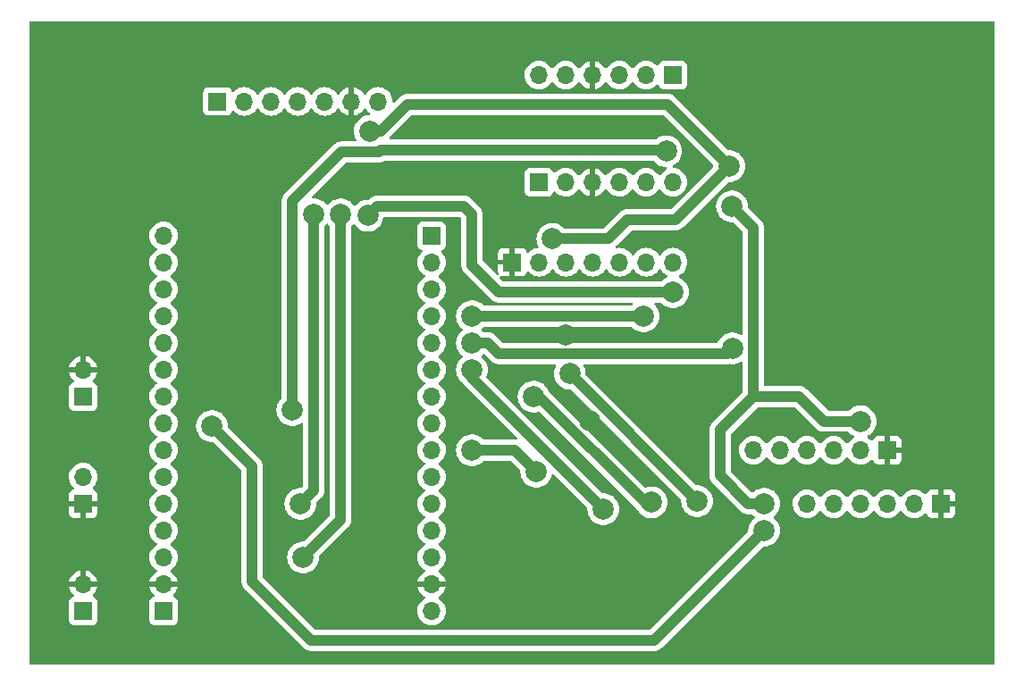
<source format=gbr>
%TF.GenerationSoftware,KiCad,Pcbnew,7.0.2*%
%TF.CreationDate,2024-05-24T01:33:13-03:00*%
%TF.ProjectId,EcoMaua_Tx_Telemetry_Module,45636f4d-6175-4615-9f54-785f54656c65,rev?*%
%TF.SameCoordinates,Original*%
%TF.FileFunction,Copper,L1,Top*%
%TF.FilePolarity,Positive*%
%FSLAX46Y46*%
G04 Gerber Fmt 4.6, Leading zero omitted, Abs format (unit mm)*
G04 Created by KiCad (PCBNEW 7.0.2) date 2024-05-24 01:33:13*
%MOMM*%
%LPD*%
G01*
G04 APERTURE LIST*
%TA.AperFunction,ComponentPad*%
%ADD10R,1.700000X1.700000*%
%TD*%
%TA.AperFunction,ComponentPad*%
%ADD11O,1.700000X1.700000*%
%TD*%
%TA.AperFunction,ViaPad*%
%ADD12C,2.000000*%
%TD*%
%TA.AperFunction,Conductor*%
%ADD13C,1.000000*%
%TD*%
G04 APERTURE END LIST*
D10*
%TO.P,J10,1,Pin_1*%
%TO.N,GND*%
X149880000Y-81255000D03*
D11*
%TO.P,J10,2,Pin_2*%
%TO.N,+5V*%
X152420000Y-81255000D03*
%TO.P,J10,3,Pin_3*%
%TO.N,E32_433T30D_AUX*%
X154960000Y-81255000D03*
%TO.P,J10,4,Pin_4*%
%TO.N,ESP32_UART_2_RX*%
X157500000Y-81255000D03*
%TO.P,J10,5,Pin_5*%
%TO.N,ESP32_UART_2_TX*%
X160040000Y-81255000D03*
%TO.P,J10,6,Pin_6*%
%TO.N,E32_433T30D_M1*%
X162580000Y-81255000D03*
%TO.P,J10,7,Pin_7*%
%TO.N,E32_433T30D_M0*%
X165120000Y-81255000D03*
%TD*%
D10*
%TO.P,J9,1,Pin_1*%
%TO.N,GND*%
X190500000Y-104140000D03*
D11*
%TO.P,J9,2,Pin_2*%
%TO.N,ESP32_VSPI_MISO*%
X187960000Y-104140000D03*
%TO.P,J9,3,Pin_3*%
%TO.N,ESP32_VSPI_CLK*%
X185420000Y-104140000D03*
%TO.P,J9,4,Pin_4*%
%TO.N,ESP32_VSPI_MOSI*%
X182880000Y-104140000D03*
%TO.P,J9,5,Pin_5*%
%TO.N,SD_CARD_SPI_CS*%
X180340000Y-104140000D03*
%TO.P,J9,6,Pin_6*%
%TO.N,+3.3V*%
X177800000Y-104140000D03*
%TD*%
D10*
%TO.P,J8,1,Pin_1*%
%TO.N,ESP32_HSPI_CLK*%
X152400000Y-73660000D03*
D11*
%TO.P,J8,2,Pin_2*%
%TO.N,ESP32_HSPI_MOSI*%
X154940000Y-73660000D03*
%TO.P,J8,3,Pin_3*%
%TO.N,GND*%
X157480000Y-73660000D03*
%TO.P,J8,4,Pin_4*%
%TO.N,+3.3V*%
X160020000Y-73660000D03*
%TO.P,J8,5,Pin_5*%
%TO.N,ESP32_HSPI_MISO*%
X162560000Y-73660000D03*
%TO.P,J8,6,Pin_6*%
%TO.N,MCP2515_SPI_CS*%
X165100000Y-73660000D03*
%TD*%
D10*
%TO.P,J7,1,Pin_1*%
%TO.N,Net-(J5-Pin_5)*%
X165100000Y-63500000D03*
D11*
%TO.P,J7,2,Pin_2*%
%TO.N,Net-(J5-Pin_4)*%
X162560000Y-63500000D03*
%TO.P,J7,3,Pin_3*%
%TO.N,+5V*%
X160020000Y-63500000D03*
%TO.P,J7,4,Pin_4*%
%TO.N,GND*%
X157480000Y-63500000D03*
%TO.P,J7,5,Pin_5*%
%TO.N,Net-(J5-Pin_3)*%
X154940000Y-63500000D03*
%TO.P,J7,6,Pin_6*%
%TO.N,Net-(J5-Pin_2)*%
X152400000Y-63500000D03*
%TD*%
%TO.P,J6,6,Pin_6*%
%TO.N,unconnected-(J6-Pin_6-Pad6)*%
X172720000Y-99060000D03*
%TO.P,J6,5,Pin_5*%
%TO.N,unconnected-(J6-Pin_5-Pad5)*%
X175260000Y-99060000D03*
%TO.P,J6,4,Pin_4*%
%TO.N,ESP32_I2C_SCL*%
X177800000Y-99060000D03*
%TO.P,J6,3,Pin_3*%
%TO.N,ESP32_I2C_SDA*%
X180340000Y-99060000D03*
%TO.P,J6,2,Pin_2*%
%TO.N,+3.3V*%
X182880000Y-99060000D03*
D10*
%TO.P,J6,1,Pin_1*%
%TO.N,GND*%
X185420000Y-99060000D03*
%TD*%
%TO.P,J5,1,Pin_1*%
%TO.N,unconnected-(J5-Pin_1-Pad1)*%
X121940000Y-66015000D03*
D11*
%TO.P,J5,2,Pin_2*%
%TO.N,Net-(J5-Pin_2)*%
X124480000Y-66015000D03*
%TO.P,J5,3,Pin_3*%
%TO.N,Net-(J5-Pin_3)*%
X127020000Y-66015000D03*
%TO.P,J5,4,Pin_4*%
%TO.N,Net-(J5-Pin_4)*%
X129560000Y-66015000D03*
%TO.P,J5,5,Pin_5*%
%TO.N,Net-(J5-Pin_5)*%
X132100000Y-66015000D03*
%TO.P,J5,6,Pin_6*%
%TO.N,GND*%
X134640000Y-66015000D03*
%TO.P,J5,7,Pin_7*%
%TO.N,+5V*%
X137180000Y-66015000D03*
%TD*%
D10*
%TO.P,J4,1,Pin_1*%
%TO.N,+5V*%
X109220000Y-114300000D03*
D11*
%TO.P,J4,2,Pin_2*%
%TO.N,GND*%
X109220000Y-111760000D03*
%TD*%
D10*
%TO.P,J3,1,Pin_1*%
%TO.N,ESP32_VSPI_MOSI*%
X142240000Y-78745000D03*
D11*
%TO.P,J3,2,Pin_2*%
%TO.N,ESP32_I2C_SCL*%
X142240000Y-81285000D03*
%TO.P,J3,3,Pin_3*%
%TO.N,unconnected-(J3-Pin_3-Pad3)*%
X142240000Y-83825000D03*
%TO.P,J3,4,Pin_4*%
%TO.N,unconnected-(J3-Pin_4-Pad4)*%
X142240000Y-86365000D03*
%TO.P,J3,5,Pin_5*%
%TO.N,ESP32_I2C_SDA*%
X142240000Y-88905000D03*
%TO.P,J3,6,Pin_6*%
%TO.N,ESP32_VSPI_MISO*%
X142240000Y-91445000D03*
%TO.P,J3,7,Pin_7*%
%TO.N,ESP32_VSPI_CLK*%
X142240000Y-93985000D03*
%TO.P,J3,8,Pin_8*%
%TO.N,unconnected-(J3-Pin_8-Pad8)*%
X142240000Y-96525000D03*
%TO.P,J3,9,Pin_9*%
%TO.N,ESP32_UART_2_TX*%
X142240000Y-99065000D03*
%TO.P,J3,10,Pin_10*%
%TO.N,ESP32_UART_2_RX*%
X142240000Y-101605000D03*
%TO.P,J3,11,Pin_11*%
%TO.N,unconnected-(J3-Pin_11-Pad11)*%
X142240000Y-104145000D03*
%TO.P,J3,12,Pin_12*%
%TO.N,unconnected-(J3-Pin_12-Pad12)*%
X142240000Y-106685000D03*
%TO.P,J3,13,Pin_13*%
%TO.N,unconnected-(J3-Pin_13-Pad13)*%
X142240000Y-109225000D03*
%TO.P,J3,14,Pin_14*%
%TO.N,GND*%
X142240000Y-111765000D03*
%TO.P,J3,15,Pin_15*%
%TO.N,+3.3V*%
X142240000Y-114305000D03*
%TD*%
D10*
%TO.P,J2,1,Pin_1*%
%TO.N,GND*%
X109220000Y-104140000D03*
D11*
%TO.P,J2,2,Pin_2*%
%TO.N,+24V*%
X109220000Y-101600000D03*
%TD*%
D10*
%TO.P,J1,1,Pin_1*%
%TO.N,+5V*%
X116840000Y-114300000D03*
D11*
%TO.P,J1,2,Pin_2*%
%TO.N,GND*%
X116840000Y-111760000D03*
%TO.P,J1,3,Pin_3*%
%TO.N,ESP32_HSPI_MOSI*%
X116840000Y-109220000D03*
%TO.P,J1,4,Pin_4*%
%TO.N,unconnected-(J1-Pin_4-Pad4)*%
X116840000Y-106680000D03*
%TO.P,J1,5,Pin_5*%
%TO.N,ESP32_HSPI_CLK*%
X116840000Y-104140000D03*
%TO.P,J1,6,Pin_6*%
%TO.N,E32_433T30D_AUX*%
X116840000Y-101600000D03*
%TO.P,J1,7,Pin_7*%
%TO.N,MCP2515_SPI_CS*%
X116840000Y-99060000D03*
%TO.P,J1,8,Pin_8*%
%TO.N,SD_CARD_SPI_CS*%
X116840000Y-96520000D03*
%TO.P,J1,9,Pin_9*%
%TO.N,E32_433T30D_M1*%
X116840000Y-93980000D03*
%TO.P,J1,10,Pin_10*%
%TO.N,E32_433T30D_M0*%
X116840000Y-91440000D03*
%TO.P,J1,11,Pin_11*%
%TO.N,unconnected-(J1-Pin_11-Pad11)*%
X116840000Y-88900000D03*
%TO.P,J1,12,Pin_12*%
%TO.N,ESP32_HSPI_MISO*%
X116840000Y-86360000D03*
%TO.P,J1,13,Pin_13*%
%TO.N,unconnected-(J1-Pin_13-Pad13)*%
X116840000Y-83820000D03*
%TO.P,J1,14,Pin_14*%
%TO.N,unconnected-(J1-Pin_14-Pad14)*%
X116840000Y-81280000D03*
%TO.P,J1,15,Pin_15*%
%TO.N,unconnected-(J1-Pin_15-Pad15)*%
X116840000Y-78740000D03*
%TD*%
D10*
%TO.P,BT1,1,+*%
%TO.N,+24V*%
X109220000Y-93980000D03*
D11*
%TO.P,BT1,2,-*%
%TO.N,GND*%
X109220000Y-91440000D03*
%TD*%
D12*
%TO.N,GND*%
X154940000Y-88138000D03*
X157226000Y-96266000D03*
X145796000Y-96012000D03*
X149352000Y-61976000D03*
X143510000Y-68426500D03*
X124714000Y-96012000D03*
X136144000Y-82042000D03*
X136906000Y-94234000D03*
X121666000Y-88900000D03*
X134620000Y-111760000D03*
X114300000Y-65278000D03*
X154940000Y-60198000D03*
X157480000Y-76708000D03*
%TO.N,MCP2515_SPI_CS*%
X164454509Y-70734593D03*
%TO.N,E32_433T30D_M0*%
X165100000Y-84074000D03*
X136176500Y-76832298D03*
%TO.N,+5V*%
X153670000Y-79048500D03*
%TO.N,MCP2515_SPI_CS*%
X129032000Y-95250000D03*
%TO.N,ESP32_I2C_SDA*%
X146050000Y-88900000D03*
X170720500Y-89408000D03*
%TO.N,ESP32_I2C_SCL*%
X146050000Y-86360000D03*
X162306000Y-86360000D03*
%TO.N,GND*%
X149860000Y-79048500D03*
%TO.N,+3.3V*%
X170688000Y-75946000D03*
%TO.N,+5V*%
X170434000Y-72136000D03*
%TO.N,GND*%
X188468000Y-99060000D03*
X188468000Y-93218000D03*
%TO.N,+5V*%
X136361088Y-68823230D03*
%TO.N,ESP32_HSPI_MOSI*%
X133604000Y-76708000D03*
%TO.N,ESP32_HSPI_CLK*%
X131064000Y-76708000D03*
%TO.N,SD_CARD_SPI_CS*%
X121412000Y-96774000D03*
%TO.N,ESP32_HSPI_CLK*%
X129794000Y-104140000D03*
%TO.N,ESP32_HSPI_MOSI*%
X130048000Y-109220000D03*
%TO.N,ESP32_VSPI_MOSI*%
X155321000Y-91821000D03*
X167386000Y-103886000D03*
%TO.N,ESP32_UART_2_TX*%
X152146000Y-101092000D03*
X146050000Y-99060000D03*
%TO.N,ESP32_VSPI_MISO*%
X146050000Y-91445000D03*
X158496000Y-104648000D03*
%TO.N,ESP32_VSPI_CLK*%
X163068000Y-104013000D03*
X151892000Y-93980000D03*
%TO.N,SD_CARD_SPI_CS*%
X173736000Y-106680000D03*
%TO.N,+3.3V*%
X173736000Y-104140000D03*
X182880000Y-96338000D03*
%TD*%
D13*
%TO.N,GND*%
X151946500Y-76962000D02*
X149860000Y-79048500D01*
X157226000Y-76962000D02*
X151946500Y-76962000D01*
X157480000Y-76708000D02*
X157226000Y-76962000D01*
%TO.N,ESP32_I2C_SDA*%
X147574000Y-88900000D02*
X146050000Y-88900000D01*
X148590000Y-89916000D02*
X147574000Y-88900000D01*
X170212500Y-89916000D02*
X148590000Y-89916000D01*
X170720500Y-89408000D02*
X170212500Y-89916000D01*
%TO.N,ESP32_VSPI_MISO*%
X146050000Y-92202000D02*
X146050000Y-91445000D01*
X158496000Y-104648000D02*
X146050000Y-92202000D01*
%TO.N,ESP32_VSPI_MOSI*%
X155321000Y-91821000D02*
X167386000Y-103886000D01*
%TO.N,ESP32_VSPI_CLK*%
X152400000Y-93980000D02*
X162433000Y-104013000D01*
X151892000Y-93980000D02*
X152400000Y-93980000D01*
X162433000Y-104013000D02*
X163068000Y-104013000D01*
%TO.N,GND*%
X154940000Y-60198000D02*
X119380000Y-60198000D01*
X119380000Y-60198000D02*
X114300000Y-65278000D01*
%TO.N,MCP2515_SPI_CS*%
X129032000Y-75438000D02*
X129032000Y-95250000D01*
X133646770Y-70823230D02*
X129032000Y-75438000D01*
X137189516Y-70823230D02*
X133646770Y-70823230D01*
X164331916Y-70612000D02*
X137400746Y-70612000D01*
X137400746Y-70612000D02*
X137189516Y-70823230D01*
X164454509Y-70734593D02*
X164331916Y-70612000D01*
%TO.N,SD_CARD_SPI_CS*%
X125222000Y-100584000D02*
X121412000Y-96774000D01*
X163322000Y-117094000D02*
X130810000Y-117094000D01*
X130810000Y-117094000D02*
X125222000Y-111506000D01*
X125222000Y-111506000D02*
X125222000Y-100584000D01*
X173736000Y-106680000D02*
X163322000Y-117094000D01*
%TO.N,ESP32_HSPI_CLK*%
X131064000Y-102870000D02*
X129794000Y-104140000D01*
X131064000Y-76708000D02*
X131064000Y-102870000D01*
%TO.N,+5V*%
X139954000Y-66294000D02*
X164592000Y-66294000D01*
X164592000Y-66294000D02*
X170434000Y-72136000D01*
X137424770Y-68823230D02*
X139954000Y-66294000D01*
X136361088Y-68823230D02*
X137424770Y-68823230D01*
%TO.N,ESP32_HSPI_MOSI*%
X133604000Y-105664000D02*
X130048000Y-109220000D01*
X133604000Y-76708000D02*
X133604000Y-105664000D01*
%TO.N,+5V*%
X165354000Y-77216000D02*
X170434000Y-72136000D01*
X160782000Y-77216000D02*
X165354000Y-77216000D01*
X158949500Y-79048500D02*
X160782000Y-77216000D01*
X153670000Y-79048500D02*
X158949500Y-79048500D01*
%TO.N,E32_433T30D_M0*%
X137062798Y-75946000D02*
X136176500Y-76832298D01*
X145288000Y-75946000D02*
X137062798Y-75946000D01*
X146050000Y-76708000D02*
X145288000Y-75946000D01*
X146050000Y-81534000D02*
X146050000Y-76708000D01*
X148590000Y-84074000D02*
X146050000Y-81534000D01*
X165100000Y-84074000D02*
X148590000Y-84074000D01*
%TO.N,GND*%
X188468000Y-93218000D02*
X188468000Y-99060000D01*
%TO.N,+3.3V*%
X172212000Y-104140000D02*
X173736000Y-104140000D01*
X169545000Y-101473000D02*
X172212000Y-104140000D01*
X169545000Y-97155000D02*
X169545000Y-101473000D01*
X172720000Y-93980000D02*
X169545000Y-97155000D01*
X179396000Y-96338000D02*
X177038000Y-93980000D01*
X177038000Y-93980000D02*
X172720000Y-93980000D01*
X182880000Y-96338000D02*
X179396000Y-96338000D01*
%TO.N,ESP32_I2C_SCL*%
X162306000Y-86360000D02*
X146050000Y-86360000D01*
%TO.N,+3.3V*%
X170688000Y-75946000D02*
X172720000Y-77978000D01*
X172720000Y-77978000D02*
X172720000Y-93980000D01*
%TO.N,ESP32_UART_2_TX*%
X150114000Y-99060000D02*
X146050000Y-99060000D01*
X152146000Y-101092000D02*
X150114000Y-99060000D01*
%TD*%
%TA.AperFunction,Conductor*%
%TO.N,GND*%
G36*
X164193256Y-67314185D02*
G01*
X164213898Y-67330819D01*
X168894657Y-72011578D01*
X168928142Y-72072901D01*
X168930553Y-72109497D01*
X168928357Y-72136000D01*
X168930254Y-72158899D01*
X168930553Y-72162500D01*
X168916471Y-72230936D01*
X168894657Y-72260420D01*
X164975899Y-76179181D01*
X164914576Y-76212666D01*
X164888218Y-76215500D01*
X160796238Y-76215500D01*
X160793096Y-76215460D01*
X160705635Y-76213243D01*
X160647581Y-76223648D01*
X160638253Y-76224957D01*
X160579561Y-76230926D01*
X160550527Y-76240035D01*
X160535288Y-76243775D01*
X160505345Y-76249142D01*
X160450568Y-76271021D01*
X160441698Y-76274179D01*
X160385410Y-76291841D01*
X160358809Y-76306605D01*
X160344639Y-76313335D01*
X160316385Y-76324622D01*
X160267121Y-76357087D01*
X160259070Y-76361964D01*
X160207498Y-76390590D01*
X160184414Y-76410407D01*
X160171887Y-76419853D01*
X160146481Y-76436598D01*
X160104775Y-76478303D01*
X160097868Y-76484704D01*
X160053103Y-76523135D01*
X160034480Y-76547193D01*
X160024108Y-76558969D01*
X158571399Y-78011681D01*
X158510076Y-78045166D01*
X158483718Y-78048000D01*
X154842855Y-78048000D01*
X154775816Y-78028315D01*
X154751625Y-78007983D01*
X154740042Y-77995401D01*
X154689744Y-77940762D01*
X154609867Y-77878591D01*
X154493514Y-77788029D01*
X154493510Y-77788026D01*
X154493509Y-77788026D01*
X154274810Y-77669672D01*
X154274806Y-77669670D01*
X154274805Y-77669670D01*
X154039615Y-77588929D01*
X153794335Y-77548000D01*
X153545665Y-77548000D01*
X153300384Y-77588929D01*
X153065194Y-77669670D01*
X153065190Y-77669671D01*
X153065190Y-77669672D01*
X153006660Y-77701347D01*
X152846485Y-77788029D01*
X152650259Y-77940759D01*
X152650256Y-77940761D01*
X152650256Y-77940762D01*
X152481836Y-78123715D01*
X152437245Y-78191967D01*
X152345825Y-78331895D01*
X152245938Y-78559617D01*
X152184891Y-78800683D01*
X152164356Y-79048500D01*
X152184891Y-79296316D01*
X152184891Y-79296319D01*
X152184892Y-79296321D01*
X152245937Y-79537381D01*
X152278405Y-79611401D01*
X152335846Y-79742354D01*
X152344749Y-79811654D01*
X152314772Y-79874766D01*
X152255432Y-79911653D01*
X152233099Y-79915692D01*
X152184592Y-79919936D01*
X151956336Y-79981097D01*
X151742170Y-80080965D01*
X151548601Y-80216503D01*
X151426285Y-80338819D01*
X151364962Y-80372303D01*
X151295270Y-80367319D01*
X151239337Y-80325447D01*
X151222422Y-80294471D01*
X151173352Y-80162911D01*
X151087188Y-80047811D01*
X150972089Y-79961647D01*
X150837371Y-79911400D01*
X150781132Y-79905354D01*
X150774518Y-79905000D01*
X150130000Y-79905000D01*
X150130000Y-80819498D01*
X150022315Y-80770320D01*
X149915763Y-80755000D01*
X149844237Y-80755000D01*
X149737685Y-80770320D01*
X149630000Y-80819498D01*
X149630000Y-79905000D01*
X148985482Y-79905000D01*
X148978867Y-79905354D01*
X148922628Y-79911400D01*
X148787910Y-79961647D01*
X148672811Y-80047811D01*
X148586647Y-80162910D01*
X148536400Y-80297628D01*
X148530354Y-80353867D01*
X148530000Y-80360481D01*
X148530000Y-81005000D01*
X149446314Y-81005000D01*
X149420507Y-81045156D01*
X149380000Y-81183111D01*
X149380000Y-81326889D01*
X149420507Y-81464844D01*
X149446314Y-81505000D01*
X148530000Y-81505000D01*
X148530000Y-82149518D01*
X148530354Y-82156132D01*
X148536400Y-82212373D01*
X148571038Y-82305240D01*
X148576022Y-82374931D01*
X148542537Y-82436255D01*
X148481214Y-82469739D01*
X148411522Y-82464755D01*
X148367175Y-82436254D01*
X147086819Y-81155898D01*
X147053334Y-81094575D01*
X147050500Y-81068217D01*
X147050500Y-76722277D01*
X147050540Y-76719135D01*
X147052757Y-76631638D01*
X147042350Y-76573574D01*
X147041041Y-76564242D01*
X147039307Y-76547193D01*
X147035074Y-76505562D01*
X147025964Y-76476528D01*
X147022227Y-76461305D01*
X147016858Y-76431347D01*
X146994969Y-76376549D01*
X146991816Y-76367689D01*
X146974160Y-76311415D01*
X146974159Y-76311414D01*
X146974159Y-76311412D01*
X146959396Y-76284816D01*
X146952663Y-76270636D01*
X146941379Y-76242385D01*
X146941378Y-76242383D01*
X146908901Y-76193106D01*
X146904040Y-76185082D01*
X146875409Y-76133498D01*
X146875408Y-76133496D01*
X146855593Y-76110415D01*
X146846144Y-76097883D01*
X146829402Y-76072481D01*
X146787699Y-76030779D01*
X146781292Y-76023866D01*
X146742865Y-75979103D01*
X146718802Y-75960477D01*
X146707022Y-75950102D01*
X146005567Y-75248647D01*
X146003412Y-75246438D01*
X145943059Y-75182947D01*
X145894640Y-75149246D01*
X145887118Y-75143575D01*
X145878983Y-75136942D01*
X145841407Y-75106302D01*
X145841408Y-75106302D01*
X145841405Y-75106300D01*
X145814440Y-75092215D01*
X145801019Y-75084084D01*
X145776049Y-75066705D01*
X145776048Y-75066704D01*
X145776046Y-75066703D01*
X145721845Y-75043443D01*
X145713336Y-75039402D01*
X145661053Y-75012092D01*
X145654248Y-75010145D01*
X145631798Y-75003721D01*
X145617020Y-74998459D01*
X145589058Y-74986460D01*
X145531272Y-74974583D01*
X145522128Y-74972338D01*
X145465421Y-74956113D01*
X145435075Y-74953802D01*
X145419534Y-74951622D01*
X145389742Y-74945500D01*
X145389741Y-74945500D01*
X145330758Y-74945500D01*
X145321344Y-74945142D01*
X145296392Y-74943242D01*
X145262524Y-74940663D01*
X145262523Y-74940663D01*
X145262522Y-74940663D01*
X145232349Y-74944506D01*
X145216683Y-74945500D01*
X137077077Y-74945500D01*
X137073935Y-74945460D01*
X136986435Y-74943242D01*
X136928378Y-74953648D01*
X136919049Y-74954957D01*
X136860356Y-74960926D01*
X136831326Y-74970034D01*
X136816086Y-74973775D01*
X136786144Y-74979141D01*
X136731370Y-75001020D01*
X136722500Y-75004178D01*
X136666207Y-75021841D01*
X136639616Y-75036600D01*
X136625446Y-75043330D01*
X136597181Y-75054621D01*
X136547919Y-75087087D01*
X136539864Y-75091967D01*
X136488293Y-75120591D01*
X136465204Y-75140412D01*
X136452681Y-75149855D01*
X136427282Y-75166596D01*
X136385580Y-75208297D01*
X136378673Y-75214698D01*
X136333902Y-75253134D01*
X136315278Y-75277194D01*
X136304911Y-75288965D01*
X136298403Y-75295473D01*
X136237084Y-75328962D01*
X136210717Y-75331798D01*
X136052165Y-75331798D01*
X135806884Y-75372727D01*
X135571694Y-75453468D01*
X135571690Y-75453469D01*
X135571690Y-75453470D01*
X135553201Y-75463476D01*
X135352985Y-75571827D01*
X135156755Y-75724559D01*
X135028994Y-75863345D01*
X134969107Y-75899336D01*
X134899269Y-75897235D01*
X134841653Y-75857711D01*
X134833956Y-75847183D01*
X134792164Y-75783215D01*
X134623744Y-75600262D01*
X134587207Y-75571824D01*
X134427514Y-75447529D01*
X134427510Y-75447526D01*
X134427509Y-75447526D01*
X134208810Y-75329172D01*
X134208806Y-75329170D01*
X134208805Y-75329170D01*
X133973615Y-75248429D01*
X133728335Y-75207500D01*
X133479665Y-75207500D01*
X133234384Y-75248429D01*
X132999194Y-75329170D01*
X132999190Y-75329171D01*
X132999190Y-75329172D01*
X132918707Y-75372727D01*
X132780485Y-75447529D01*
X132584259Y-75600259D01*
X132425230Y-75773010D01*
X132365343Y-75809001D01*
X132295504Y-75806900D01*
X132242770Y-75773010D01*
X132198167Y-75724559D01*
X132083744Y-75600262D01*
X132047207Y-75571824D01*
X131887514Y-75447529D01*
X131887510Y-75447526D01*
X131887509Y-75447526D01*
X131668810Y-75329172D01*
X131668806Y-75329170D01*
X131668805Y-75329170D01*
X131433615Y-75248429D01*
X131188335Y-75207500D01*
X130976782Y-75207500D01*
X130909743Y-75187815D01*
X130863988Y-75135011D01*
X130854044Y-75065853D01*
X130883069Y-75002297D01*
X130889101Y-74995819D01*
X132370092Y-73514829D01*
X134024871Y-71860049D01*
X134086195Y-71826564D01*
X134112553Y-71823730D01*
X137175237Y-71823730D01*
X137178378Y-71823769D01*
X137265879Y-71825987D01*
X137323948Y-71815578D01*
X137333252Y-71814273D01*
X137391954Y-71808304D01*
X137420983Y-71799195D01*
X137436216Y-71795456D01*
X137466169Y-71790088D01*
X137520942Y-71768208D01*
X137529817Y-71765049D01*
X137547191Y-71759597D01*
X137586104Y-71747389D01*
X137612710Y-71732620D01*
X137626878Y-71725892D01*
X137655133Y-71714607D01*
X137704395Y-71682139D01*
X137712426Y-71677273D01*
X137764018Y-71648639D01*
X137771265Y-71642416D01*
X137834953Y-71613683D01*
X137852039Y-71612500D01*
X163168799Y-71612500D01*
X163235838Y-71632185D01*
X163260029Y-71652517D01*
X163266344Y-71659377D01*
X163266345Y-71659378D01*
X163434765Y-71842331D01*
X163434768Y-71842333D01*
X163630994Y-71995063D01*
X163630996Y-71995064D01*
X163631000Y-71995067D01*
X163849699Y-72113421D01*
X164084895Y-72194164D01*
X164330174Y-72235093D01*
X164400840Y-72235093D01*
X164467879Y-72254778D01*
X164513634Y-72307582D01*
X164523578Y-72376740D01*
X164494553Y-72440296D01*
X164453245Y-72471475D01*
X164422170Y-72485965D01*
X164228598Y-72621505D01*
X164061505Y-72788598D01*
X163931575Y-72974159D01*
X163876998Y-73017784D01*
X163807500Y-73024978D01*
X163745145Y-72993455D01*
X163728425Y-72974159D01*
X163643314Y-72852607D01*
X163598495Y-72788599D01*
X163431401Y-72621505D01*
X163237830Y-72485965D01*
X163023663Y-72386097D01*
X162962502Y-72369709D01*
X162795407Y-72324936D01*
X162560000Y-72304340D01*
X162324592Y-72324936D01*
X162096336Y-72386097D01*
X161882170Y-72485965D01*
X161688598Y-72621505D01*
X161521505Y-72788598D01*
X161391575Y-72974159D01*
X161336998Y-73017784D01*
X161267500Y-73024978D01*
X161205145Y-72993455D01*
X161188425Y-72974159D01*
X161103314Y-72852607D01*
X161058495Y-72788599D01*
X160891401Y-72621505D01*
X160697830Y-72485965D01*
X160483663Y-72386097D01*
X160422502Y-72369709D01*
X160255407Y-72324936D01*
X160020000Y-72304340D01*
X159784592Y-72324936D01*
X159556336Y-72386097D01*
X159342170Y-72485965D01*
X159148598Y-72621505D01*
X158981508Y-72788595D01*
X158981505Y-72788598D01*
X158981505Y-72788599D01*
X158936686Y-72852607D01*
X158851269Y-72974596D01*
X158796692Y-73018220D01*
X158727193Y-73025413D01*
X158664839Y-72993891D01*
X158648119Y-72974595D01*
X158518109Y-72788921D01*
X158351081Y-72621893D01*
X158157576Y-72486399D01*
X157943492Y-72386569D01*
X157730000Y-72329364D01*
X157730000Y-73224498D01*
X157622315Y-73175320D01*
X157515763Y-73160000D01*
X157444237Y-73160000D01*
X157337685Y-73175320D01*
X157230000Y-73224498D01*
X157230000Y-72329364D01*
X157229999Y-72329364D01*
X157016507Y-72386569D01*
X156802421Y-72486400D01*
X156608921Y-72621890D01*
X156441893Y-72788918D01*
X156311880Y-72974596D01*
X156257303Y-73018220D01*
X156187804Y-73025413D01*
X156125450Y-72993891D01*
X156108730Y-72974595D01*
X156108425Y-72974159D01*
X155978495Y-72788599D01*
X155811401Y-72621505D01*
X155617830Y-72485965D01*
X155403663Y-72386097D01*
X155342502Y-72369709D01*
X155175407Y-72324936D01*
X154940000Y-72304340D01*
X154704592Y-72324936D01*
X154476336Y-72386097D01*
X154262170Y-72485965D01*
X154068601Y-72621503D01*
X153946673Y-72743431D01*
X153885350Y-72776915D01*
X153815658Y-72771931D01*
X153759725Y-72730059D01*
X153742810Y-72699082D01*
X153715135Y-72624882D01*
X153693796Y-72567669D01*
X153607546Y-72452454D01*
X153492331Y-72366204D01*
X153357483Y-72315909D01*
X153297873Y-72309500D01*
X153294550Y-72309500D01*
X151505439Y-72309500D01*
X151505420Y-72309500D01*
X151502128Y-72309501D01*
X151498848Y-72309853D01*
X151498840Y-72309854D01*
X151442515Y-72315909D01*
X151307669Y-72366204D01*
X151192454Y-72452454D01*
X151106204Y-72567668D01*
X151085980Y-72621893D01*
X151055909Y-72702517D01*
X151049500Y-72762127D01*
X151049500Y-72765448D01*
X151049500Y-72765449D01*
X151049500Y-74554560D01*
X151049500Y-74554578D01*
X151049501Y-74557872D01*
X151049853Y-74561152D01*
X151049854Y-74561159D01*
X151055909Y-74617484D01*
X151081056Y-74684906D01*
X151106204Y-74752331D01*
X151192454Y-74867546D01*
X151307669Y-74953796D01*
X151442517Y-75004091D01*
X151502127Y-75010500D01*
X153297872Y-75010499D01*
X153357483Y-75004091D01*
X153492331Y-74953796D01*
X153607546Y-74867546D01*
X153693796Y-74752331D01*
X153742810Y-74620916D01*
X153784681Y-74564983D01*
X153850146Y-74540566D01*
X153918419Y-74555418D01*
X153946673Y-74576569D01*
X154068599Y-74698495D01*
X154262170Y-74834035D01*
X154476337Y-74933903D01*
X154672485Y-74986460D01*
X154704592Y-74995063D01*
X154939999Y-75015659D01*
X154939999Y-75015658D01*
X154940000Y-75015659D01*
X155175408Y-74995063D01*
X155403663Y-74933903D01*
X155617830Y-74834035D01*
X155811401Y-74698495D01*
X155978495Y-74531401D01*
X156108732Y-74345403D01*
X156163307Y-74301780D01*
X156232805Y-74294586D01*
X156295160Y-74326109D01*
X156311880Y-74345404D01*
X156441893Y-74531081D01*
X156608918Y-74698106D01*
X156802423Y-74833600D01*
X157016509Y-74933430D01*
X157230000Y-74990634D01*
X157230000Y-74095501D01*
X157337685Y-74144680D01*
X157444237Y-74160000D01*
X157515763Y-74160000D01*
X157622315Y-74144680D01*
X157730000Y-74095501D01*
X157730000Y-74990633D01*
X157943490Y-74933430D01*
X158157576Y-74833600D01*
X158351081Y-74698106D01*
X158518109Y-74531078D01*
X158648119Y-74345405D01*
X158702696Y-74301780D01*
X158772194Y-74294586D01*
X158834549Y-74326109D01*
X158851265Y-74345400D01*
X158981505Y-74531401D01*
X159148599Y-74698495D01*
X159342170Y-74834035D01*
X159556337Y-74933903D01*
X159752485Y-74986460D01*
X159784592Y-74995063D01*
X160019999Y-75015659D01*
X160019999Y-75015658D01*
X160020000Y-75015659D01*
X160255408Y-74995063D01*
X160483663Y-74933903D01*
X160697830Y-74834035D01*
X160891401Y-74698495D01*
X161058495Y-74531401D01*
X161188426Y-74345839D01*
X161243002Y-74302216D01*
X161312500Y-74295022D01*
X161374855Y-74326545D01*
X161391571Y-74345837D01*
X161521505Y-74531401D01*
X161688599Y-74698495D01*
X161882170Y-74834035D01*
X162096337Y-74933903D01*
X162324592Y-74995063D01*
X162560000Y-75015659D01*
X162795408Y-74995063D01*
X163023663Y-74933903D01*
X163237830Y-74834035D01*
X163431401Y-74698495D01*
X163598495Y-74531401D01*
X163728426Y-74345839D01*
X163783002Y-74302216D01*
X163852500Y-74295022D01*
X163914855Y-74326545D01*
X163931571Y-74345837D01*
X164061505Y-74531401D01*
X164228599Y-74698495D01*
X164422170Y-74834035D01*
X164636337Y-74933903D01*
X164864592Y-74995063D01*
X165100000Y-75015659D01*
X165335408Y-74995063D01*
X165563663Y-74933903D01*
X165777830Y-74834035D01*
X165971401Y-74698495D01*
X166138495Y-74531401D01*
X166274035Y-74337830D01*
X166373903Y-74123663D01*
X166435063Y-73895408D01*
X166455659Y-73660000D01*
X166435063Y-73424592D01*
X166373903Y-73196337D01*
X166274035Y-72982171D01*
X166138495Y-72788599D01*
X165971401Y-72621505D01*
X165777830Y-72485965D01*
X165563663Y-72386097D01*
X165502502Y-72369709D01*
X165335407Y-72324936D01*
X165172753Y-72310705D01*
X165107684Y-72285252D01*
X165066706Y-72228661D01*
X165062828Y-72158899D01*
X165097282Y-72098115D01*
X165124538Y-72078125D01*
X165278018Y-71995067D01*
X165474253Y-71842331D01*
X165642673Y-71659378D01*
X165778682Y-71451200D01*
X165878572Y-71223474D01*
X165939617Y-70982414D01*
X165960152Y-70734593D01*
X165939617Y-70486772D01*
X165878572Y-70245712D01*
X165778682Y-70017986D01*
X165642673Y-69809808D01*
X165474253Y-69626855D01*
X165362454Y-69539838D01*
X165278023Y-69474122D01*
X165278019Y-69474119D01*
X165278018Y-69474119D01*
X165059319Y-69355765D01*
X165059315Y-69355763D01*
X165059314Y-69355763D01*
X164824124Y-69275022D01*
X164578844Y-69234093D01*
X164330174Y-69234093D01*
X164084893Y-69275022D01*
X163849703Y-69355763D01*
X163630998Y-69474120D01*
X163581628Y-69512546D01*
X163488085Y-69585354D01*
X163423094Y-69610996D01*
X163411925Y-69611500D01*
X138350782Y-69611500D01*
X138283743Y-69591815D01*
X138237988Y-69539011D01*
X138228044Y-69469853D01*
X138257069Y-69406297D01*
X138263101Y-69399819D01*
X140332102Y-67330819D01*
X140393425Y-67297334D01*
X140419783Y-67294500D01*
X164126217Y-67294500D01*
X164193256Y-67314185D01*
G37*
%TD.AperFunction*%
%TA.AperFunction,Conductor*%
G36*
X150130000Y-82605000D02*
G01*
X150774518Y-82605000D01*
X150781132Y-82604645D01*
X150837371Y-82598599D01*
X150972089Y-82548352D01*
X151087188Y-82462188D01*
X151173352Y-82347089D01*
X151222422Y-82215528D01*
X151264294Y-82159595D01*
X151329758Y-82135178D01*
X151398031Y-82150030D01*
X151426285Y-82171181D01*
X151548599Y-82293495D01*
X151742170Y-82429035D01*
X151956337Y-82528903D01*
X152184592Y-82590063D01*
X152420000Y-82610659D01*
X152655408Y-82590063D01*
X152883663Y-82528903D01*
X153097830Y-82429035D01*
X153291401Y-82293495D01*
X153458495Y-82126401D01*
X153588426Y-81940839D01*
X153643002Y-81897216D01*
X153712500Y-81890022D01*
X153774855Y-81921545D01*
X153791571Y-81940837D01*
X153921505Y-82126401D01*
X154088599Y-82293495D01*
X154282170Y-82429035D01*
X154496337Y-82528903D01*
X154724592Y-82590063D01*
X154960000Y-82610659D01*
X155195408Y-82590063D01*
X155423663Y-82528903D01*
X155637830Y-82429035D01*
X155831401Y-82293495D01*
X155998495Y-82126401D01*
X156128426Y-81940839D01*
X156183002Y-81897216D01*
X156252500Y-81890022D01*
X156314855Y-81921545D01*
X156331571Y-81940837D01*
X156461505Y-82126401D01*
X156628599Y-82293495D01*
X156822170Y-82429035D01*
X157036337Y-82528903D01*
X157261450Y-82589221D01*
X157264592Y-82590063D01*
X157499999Y-82610659D01*
X157499999Y-82610658D01*
X157500000Y-82610659D01*
X157735408Y-82590063D01*
X157963663Y-82528903D01*
X158177830Y-82429035D01*
X158371401Y-82293495D01*
X158538495Y-82126401D01*
X158668426Y-81940839D01*
X158723002Y-81897216D01*
X158792500Y-81890022D01*
X158854855Y-81921545D01*
X158871571Y-81940837D01*
X159001505Y-82126401D01*
X159168599Y-82293495D01*
X159362170Y-82429035D01*
X159576337Y-82528903D01*
X159804592Y-82590063D01*
X160040000Y-82610659D01*
X160275408Y-82590063D01*
X160503663Y-82528903D01*
X160717830Y-82429035D01*
X160911401Y-82293495D01*
X161078495Y-82126401D01*
X161208426Y-81940839D01*
X161263002Y-81897216D01*
X161332500Y-81890022D01*
X161394855Y-81921545D01*
X161411571Y-81940837D01*
X161541505Y-82126401D01*
X161708599Y-82293495D01*
X161902170Y-82429035D01*
X162116337Y-82528903D01*
X162341450Y-82589221D01*
X162344592Y-82590063D01*
X162579999Y-82610659D01*
X162579999Y-82610658D01*
X162580000Y-82610659D01*
X162815408Y-82590063D01*
X163043663Y-82528903D01*
X163257830Y-82429035D01*
X163451401Y-82293495D01*
X163618495Y-82126401D01*
X163748426Y-81940839D01*
X163803002Y-81897216D01*
X163872500Y-81890022D01*
X163934855Y-81921545D01*
X163951571Y-81940837D01*
X164081505Y-82126401D01*
X164248599Y-82293495D01*
X164442170Y-82429035D01*
X164514852Y-82462927D01*
X164567291Y-82509099D01*
X164586443Y-82576293D01*
X164566227Y-82643174D01*
X164513062Y-82688509D01*
X164502711Y-82692590D01*
X164495192Y-82695171D01*
X164276485Y-82813529D01*
X164080259Y-82966259D01*
X164018375Y-83033483D01*
X163958488Y-83069473D01*
X163927145Y-83073500D01*
X149055783Y-83073500D01*
X148988744Y-83053815D01*
X148968102Y-83037181D01*
X148698745Y-82767824D01*
X148665260Y-82706501D01*
X148670244Y-82636809D01*
X148712116Y-82580876D01*
X148777580Y-82556459D01*
X148829760Y-82563961D01*
X148922628Y-82598599D01*
X148978867Y-82604645D01*
X148985482Y-82605000D01*
X149630000Y-82605000D01*
X149630000Y-81690501D01*
X149737685Y-81739680D01*
X149844237Y-81755000D01*
X149915763Y-81755000D01*
X150022315Y-81739680D01*
X150130000Y-81690501D01*
X150130000Y-82605000D01*
G37*
%TD.AperFunction*%
%TA.AperFunction,Conductor*%
G36*
X195522539Y-58440185D02*
G01*
X195568294Y-58492989D01*
X195579500Y-58544500D01*
X195579500Y-119255500D01*
X195559815Y-119322539D01*
X195507011Y-119368294D01*
X195455500Y-119379500D01*
X104264500Y-119379500D01*
X104197461Y-119359815D01*
X104151706Y-119307011D01*
X104140500Y-119255500D01*
X104140500Y-115194578D01*
X107869500Y-115194578D01*
X107869501Y-115197872D01*
X107875909Y-115257483D01*
X107926204Y-115392331D01*
X108012454Y-115507546D01*
X108127669Y-115593796D01*
X108262517Y-115644091D01*
X108322127Y-115650500D01*
X110117872Y-115650499D01*
X110177483Y-115644091D01*
X110312331Y-115593796D01*
X110427546Y-115507546D01*
X110513796Y-115392331D01*
X110564091Y-115257483D01*
X110570500Y-115197873D01*
X110570499Y-113402128D01*
X110564091Y-113342517D01*
X110513796Y-113207669D01*
X110427546Y-113092454D01*
X110312331Y-113006204D01*
X110180399Y-112956996D01*
X110124467Y-112915125D01*
X110100050Y-112849661D01*
X110114902Y-112781388D01*
X110136053Y-112753133D01*
X110258109Y-112631077D01*
X110393600Y-112437576D01*
X110493430Y-112223492D01*
X110550636Y-112010000D01*
X109653686Y-112010000D01*
X109679493Y-111969844D01*
X109720000Y-111831889D01*
X109720000Y-111688111D01*
X109679493Y-111550156D01*
X109653686Y-111510000D01*
X110550636Y-111510000D01*
X110550635Y-111509999D01*
X110493430Y-111296507D01*
X110393599Y-111082421D01*
X110258109Y-110888921D01*
X110091081Y-110721893D01*
X109897576Y-110586399D01*
X109683492Y-110486569D01*
X109469999Y-110429364D01*
X109469999Y-111324498D01*
X109362315Y-111275320D01*
X109255763Y-111260000D01*
X109184237Y-111260000D01*
X109077685Y-111275320D01*
X108970000Y-111324498D01*
X108970000Y-110429364D01*
X108969999Y-110429364D01*
X108756507Y-110486569D01*
X108542421Y-110586400D01*
X108348921Y-110721890D01*
X108181890Y-110888921D01*
X108046400Y-111082421D01*
X107946569Y-111296507D01*
X107889364Y-111509999D01*
X107889364Y-111510000D01*
X108786314Y-111510000D01*
X108760507Y-111550156D01*
X108720000Y-111688111D01*
X108720000Y-111831889D01*
X108760507Y-111969844D01*
X108786314Y-112010000D01*
X107889364Y-112010000D01*
X107946569Y-112223492D01*
X108046399Y-112437576D01*
X108181893Y-112631081D01*
X108303946Y-112753134D01*
X108337431Y-112814457D01*
X108332447Y-112884149D01*
X108290575Y-112940082D01*
X108259599Y-112956997D01*
X108127669Y-113006204D01*
X108012454Y-113092454D01*
X107926204Y-113207668D01*
X107875910Y-113342515D01*
X107875909Y-113342517D01*
X107869500Y-113402127D01*
X107869500Y-113405448D01*
X107869500Y-113405449D01*
X107869500Y-115194560D01*
X107869500Y-115194578D01*
X104140500Y-115194578D01*
X104140500Y-106680000D01*
X115484340Y-106680000D01*
X115504936Y-106915407D01*
X115549709Y-107082501D01*
X115566097Y-107143663D01*
X115665965Y-107357830D01*
X115801505Y-107551401D01*
X115968599Y-107718495D01*
X116154160Y-107848426D01*
X116197783Y-107903002D01*
X116204976Y-107972501D01*
X116173454Y-108034855D01*
X116154158Y-108051575D01*
X115970035Y-108180500D01*
X115968595Y-108181508D01*
X115801505Y-108348598D01*
X115665965Y-108542170D01*
X115566097Y-108756336D01*
X115504936Y-108984592D01*
X115484341Y-109219999D01*
X115484341Y-109220000D01*
X115486142Y-109240595D01*
X115504936Y-109455407D01*
X115549709Y-109622502D01*
X115566097Y-109683663D01*
X115665965Y-109897830D01*
X115801505Y-110091401D01*
X115968599Y-110258495D01*
X116154596Y-110388732D01*
X116198219Y-110443307D01*
X116205412Y-110512806D01*
X116173890Y-110575160D01*
X116154595Y-110591880D01*
X115968919Y-110721892D01*
X115801890Y-110888921D01*
X115666400Y-111082421D01*
X115566569Y-111296507D01*
X115509364Y-111509999D01*
X115509364Y-111510000D01*
X116406314Y-111510000D01*
X116380507Y-111550156D01*
X116340000Y-111688111D01*
X116340000Y-111831889D01*
X116380507Y-111969844D01*
X116406314Y-112010000D01*
X115509364Y-112010000D01*
X115566569Y-112223492D01*
X115666399Y-112437576D01*
X115801893Y-112631081D01*
X115923946Y-112753134D01*
X115957431Y-112814457D01*
X115952447Y-112884149D01*
X115910575Y-112940082D01*
X115879599Y-112956997D01*
X115747669Y-113006204D01*
X115632454Y-113092454D01*
X115546204Y-113207668D01*
X115495910Y-113342515D01*
X115495909Y-113342517D01*
X115489500Y-113402127D01*
X115489500Y-113405448D01*
X115489500Y-113405449D01*
X115489500Y-115194560D01*
X115489500Y-115194578D01*
X115489501Y-115197872D01*
X115495909Y-115257483D01*
X115546204Y-115392331D01*
X115632454Y-115507546D01*
X115747669Y-115593796D01*
X115882517Y-115644091D01*
X115942127Y-115650500D01*
X117737872Y-115650499D01*
X117797483Y-115644091D01*
X117932331Y-115593796D01*
X118047546Y-115507546D01*
X118133796Y-115392331D01*
X118184091Y-115257483D01*
X118190500Y-115197873D01*
X118190499Y-113402128D01*
X118184091Y-113342517D01*
X118133796Y-113207669D01*
X118047546Y-113092454D01*
X117932331Y-113006204D01*
X117800399Y-112956996D01*
X117744467Y-112915125D01*
X117720050Y-112849661D01*
X117734902Y-112781388D01*
X117756053Y-112753133D01*
X117878109Y-112631077D01*
X118013600Y-112437576D01*
X118113430Y-112223492D01*
X118170636Y-112010000D01*
X117273686Y-112010000D01*
X117299493Y-111969844D01*
X117340000Y-111831889D01*
X117340000Y-111688111D01*
X117299493Y-111550156D01*
X117273686Y-111510000D01*
X118170636Y-111510000D01*
X118170635Y-111509999D01*
X118113430Y-111296507D01*
X118013599Y-111082421D01*
X117878109Y-110888921D01*
X117711081Y-110721893D01*
X117525404Y-110591880D01*
X117481780Y-110537303D01*
X117474587Y-110467804D01*
X117506109Y-110405450D01*
X117525399Y-110388734D01*
X117711401Y-110258495D01*
X117878495Y-110091401D01*
X118014035Y-109897830D01*
X118113903Y-109683663D01*
X118175063Y-109455408D01*
X118195659Y-109220000D01*
X118193340Y-109193500D01*
X118175063Y-108984592D01*
X118171737Y-108972179D01*
X118113903Y-108756337D01*
X118014035Y-108542171D01*
X117878495Y-108348599D01*
X117711401Y-108181505D01*
X117525839Y-108051573D01*
X117482216Y-107996998D01*
X117475022Y-107927500D01*
X117506545Y-107865145D01*
X117525837Y-107848428D01*
X117711401Y-107718495D01*
X117878495Y-107551401D01*
X118014035Y-107357830D01*
X118113903Y-107143663D01*
X118175063Y-106915408D01*
X118195659Y-106680000D01*
X118175063Y-106444592D01*
X118113903Y-106216337D01*
X118014035Y-106002171D01*
X117878495Y-105808599D01*
X117711401Y-105641505D01*
X117525839Y-105511573D01*
X117482215Y-105456997D01*
X117475023Y-105387498D01*
X117506545Y-105325144D01*
X117525831Y-105308432D01*
X117711401Y-105178495D01*
X117878495Y-105011401D01*
X118014035Y-104817830D01*
X118113903Y-104603663D01*
X118175063Y-104375408D01*
X118195659Y-104140000D01*
X118175063Y-103904592D01*
X118113903Y-103676337D01*
X118014035Y-103462171D01*
X117878495Y-103268599D01*
X117711401Y-103101505D01*
X117525839Y-102971573D01*
X117482216Y-102916998D01*
X117475022Y-102847500D01*
X117506545Y-102785145D01*
X117525837Y-102768428D01*
X117711401Y-102638495D01*
X117878495Y-102471401D01*
X118014035Y-102277830D01*
X118113903Y-102063663D01*
X118175063Y-101835408D01*
X118195659Y-101600000D01*
X118193986Y-101580883D01*
X118175063Y-101364592D01*
X118133340Y-101208878D01*
X118113903Y-101136337D01*
X118014035Y-100922171D01*
X117878495Y-100728599D01*
X117711401Y-100561505D01*
X117525839Y-100431573D01*
X117482215Y-100376997D01*
X117475023Y-100307498D01*
X117506545Y-100245144D01*
X117525831Y-100228432D01*
X117711401Y-100098495D01*
X117878495Y-99931401D01*
X118014035Y-99737830D01*
X118113903Y-99523663D01*
X118175063Y-99295408D01*
X118195659Y-99060000D01*
X118175063Y-98824592D01*
X118113903Y-98596337D01*
X118014035Y-98382171D01*
X117878495Y-98188599D01*
X117711401Y-98021505D01*
X117525839Y-97891573D01*
X117482216Y-97836998D01*
X117475022Y-97767500D01*
X117506545Y-97705145D01*
X117525837Y-97688428D01*
X117711401Y-97558495D01*
X117878495Y-97391401D01*
X118014035Y-97197830D01*
X118113903Y-96983663D01*
X118170082Y-96773999D01*
X119906356Y-96773999D01*
X119926891Y-97021816D01*
X119926891Y-97021819D01*
X119926892Y-97021821D01*
X119987937Y-97262881D01*
X120021107Y-97338500D01*
X120087825Y-97490604D01*
X120087827Y-97490607D01*
X120223836Y-97698785D01*
X120392256Y-97881738D01*
X120392259Y-97881740D01*
X120588485Y-98034470D01*
X120588487Y-98034471D01*
X120588491Y-98034474D01*
X120807190Y-98152828D01*
X121042386Y-98233571D01*
X121287665Y-98274500D01*
X121446217Y-98274500D01*
X121513256Y-98294185D01*
X121533898Y-98310819D01*
X124185181Y-100962102D01*
X124218666Y-101023425D01*
X124221500Y-101049783D01*
X124221500Y-111491721D01*
X124221460Y-111494863D01*
X124219242Y-111582362D01*
X124229648Y-111640420D01*
X124230957Y-111649749D01*
X124236926Y-111708438D01*
X124246033Y-111737467D01*
X124249772Y-111752702D01*
X124255141Y-111782652D01*
X124277020Y-111837425D01*
X124280180Y-111846300D01*
X124297841Y-111902588D01*
X124312607Y-111929191D01*
X124319337Y-111943364D01*
X124330622Y-111971617D01*
X124363080Y-112020867D01*
X124367961Y-112028923D01*
X124396590Y-112080501D01*
X124416404Y-112103581D01*
X124425856Y-112116116D01*
X124442599Y-112141520D01*
X124484300Y-112183221D01*
X124490705Y-112190132D01*
X124529130Y-112234891D01*
X124529131Y-112234892D01*
X124529134Y-112234895D01*
X124553198Y-112253522D01*
X124564968Y-112263889D01*
X130092450Y-117791371D01*
X130094643Y-117793620D01*
X130154941Y-117857053D01*
X130180583Y-117874900D01*
X130203352Y-117890748D01*
X130210876Y-117896421D01*
X130256594Y-117933699D01*
X130283555Y-117947782D01*
X130296980Y-117955915D01*
X130321951Y-117973295D01*
X130376163Y-117996559D01*
X130384673Y-118000601D01*
X130436951Y-118027909D01*
X130466200Y-118036277D01*
X130480970Y-118041535D01*
X130508942Y-118053540D01*
X130508945Y-118053540D01*
X130508946Y-118053541D01*
X130566726Y-118065414D01*
X130575869Y-118067657D01*
X130632582Y-118083886D01*
X130662920Y-118086196D01*
X130678448Y-118088373D01*
X130708259Y-118094500D01*
X130767244Y-118094500D01*
X130776659Y-118094858D01*
X130780806Y-118095173D01*
X130835476Y-118099337D01*
X130862278Y-118095923D01*
X130865652Y-118095494D01*
X130881317Y-118094500D01*
X163307721Y-118094500D01*
X163310862Y-118094539D01*
X163398363Y-118096757D01*
X163456432Y-118086348D01*
X163465736Y-118085043D01*
X163524438Y-118079074D01*
X163553467Y-118069965D01*
X163568700Y-118066226D01*
X163598653Y-118060858D01*
X163653426Y-118038978D01*
X163662301Y-118035819D01*
X163679675Y-118030367D01*
X163718588Y-118018159D01*
X163745194Y-118003390D01*
X163759362Y-117996662D01*
X163787617Y-117985377D01*
X163836879Y-117952909D01*
X163844910Y-117948043D01*
X163896502Y-117919409D01*
X163919587Y-117899589D01*
X163932114Y-117890144D01*
X163957519Y-117873402D01*
X163999251Y-117831668D01*
X164006123Y-117825300D01*
X164050895Y-117786866D01*
X164069524Y-117762798D01*
X164079883Y-117751036D01*
X173614101Y-108216819D01*
X173675424Y-108183334D01*
X173701782Y-108180500D01*
X173860335Y-108180500D01*
X174105614Y-108139571D01*
X174340810Y-108058828D01*
X174559509Y-107940474D01*
X174755744Y-107787738D01*
X174924164Y-107604785D01*
X175060173Y-107396607D01*
X175160063Y-107168881D01*
X175221108Y-106927821D01*
X175241643Y-106680000D01*
X175221108Y-106432179D01*
X175160063Y-106191119D01*
X175060903Y-105965058D01*
X175060174Y-105963395D01*
X175060173Y-105963393D01*
X174924164Y-105755215D01*
X174755744Y-105572262D01*
X174739437Y-105559570D01*
X174672992Y-105507853D01*
X174632179Y-105451143D01*
X174628504Y-105381370D01*
X174663136Y-105320687D01*
X174672992Y-105312147D01*
X174722678Y-105273474D01*
X174755744Y-105247738D01*
X174924164Y-105064785D01*
X175060173Y-104856607D01*
X175160063Y-104628881D01*
X175221108Y-104387821D01*
X175241643Y-104140000D01*
X176444341Y-104140000D01*
X176446014Y-104159117D01*
X176464936Y-104375407D01*
X176471574Y-104400179D01*
X176526097Y-104603663D01*
X176625965Y-104817830D01*
X176761505Y-105011401D01*
X176928599Y-105178495D01*
X177122170Y-105314035D01*
X177336337Y-105413903D01*
X177564592Y-105475063D01*
X177800000Y-105495659D01*
X178035408Y-105475063D01*
X178263663Y-105413903D01*
X178477830Y-105314035D01*
X178671401Y-105178495D01*
X178838495Y-105011401D01*
X178968427Y-104825838D01*
X179023001Y-104782216D01*
X179092499Y-104775022D01*
X179154854Y-104806545D01*
X179171572Y-104825838D01*
X179301505Y-105011401D01*
X179468599Y-105178495D01*
X179662170Y-105314035D01*
X179876337Y-105413903D01*
X180104592Y-105475063D01*
X180340000Y-105495659D01*
X180575408Y-105475063D01*
X180803663Y-105413903D01*
X181017830Y-105314035D01*
X181211401Y-105178495D01*
X181378495Y-105011401D01*
X181508426Y-104825839D01*
X181563002Y-104782216D01*
X181632500Y-104775022D01*
X181694855Y-104806545D01*
X181711571Y-104825837D01*
X181841505Y-105011401D01*
X182008599Y-105178495D01*
X182202170Y-105314035D01*
X182416337Y-105413903D01*
X182635288Y-105472570D01*
X182644592Y-105475063D01*
X182879999Y-105495659D01*
X182879999Y-105495658D01*
X182880000Y-105495659D01*
X183115408Y-105475063D01*
X183343663Y-105413903D01*
X183557830Y-105314035D01*
X183751401Y-105178495D01*
X183918495Y-105011401D01*
X184048426Y-104825839D01*
X184103002Y-104782216D01*
X184172500Y-104775022D01*
X184234855Y-104806545D01*
X184251571Y-104825837D01*
X184381505Y-105011401D01*
X184548599Y-105178495D01*
X184742170Y-105314035D01*
X184956337Y-105413903D01*
X185184592Y-105475063D01*
X185420000Y-105495659D01*
X185655408Y-105475063D01*
X185883663Y-105413903D01*
X186097830Y-105314035D01*
X186291401Y-105178495D01*
X186458495Y-105011401D01*
X186588426Y-104825839D01*
X186643002Y-104782216D01*
X186712500Y-104775022D01*
X186774855Y-104806545D01*
X186791571Y-104825837D01*
X186921505Y-105011401D01*
X187088599Y-105178495D01*
X187282170Y-105314035D01*
X187496337Y-105413903D01*
X187715288Y-105472570D01*
X187724592Y-105475063D01*
X187959999Y-105495659D01*
X187959999Y-105495658D01*
X187960000Y-105495659D01*
X188195408Y-105475063D01*
X188423663Y-105413903D01*
X188637830Y-105314035D01*
X188831401Y-105178495D01*
X188953717Y-105056178D01*
X189015036Y-105022696D01*
X189084728Y-105027680D01*
X189140662Y-105069551D01*
X189157577Y-105100528D01*
X189206647Y-105232088D01*
X189292811Y-105347188D01*
X189407910Y-105433352D01*
X189542628Y-105483599D01*
X189598867Y-105489645D01*
X189605482Y-105490000D01*
X190250000Y-105490000D01*
X190250000Y-104575501D01*
X190357685Y-104624680D01*
X190464237Y-104640000D01*
X190535763Y-104640000D01*
X190642315Y-104624680D01*
X190750000Y-104575501D01*
X190750000Y-105490000D01*
X191394518Y-105490000D01*
X191401132Y-105489645D01*
X191457371Y-105483599D01*
X191592089Y-105433352D01*
X191707188Y-105347188D01*
X191793352Y-105232089D01*
X191843599Y-105097371D01*
X191849645Y-105041132D01*
X191850000Y-105034518D01*
X191850000Y-104390000D01*
X190933686Y-104390000D01*
X190959493Y-104349844D01*
X191000000Y-104211889D01*
X191000000Y-104068111D01*
X190959493Y-103930156D01*
X190933686Y-103890000D01*
X191850000Y-103890000D01*
X191850000Y-103245481D01*
X191849645Y-103238867D01*
X191843599Y-103182628D01*
X191793352Y-103047910D01*
X191707188Y-102932811D01*
X191592089Y-102846647D01*
X191457371Y-102796400D01*
X191401132Y-102790354D01*
X191394518Y-102790000D01*
X190750000Y-102790000D01*
X190750000Y-103704498D01*
X190642315Y-103655320D01*
X190535763Y-103640000D01*
X190464237Y-103640000D01*
X190357685Y-103655320D01*
X190250000Y-103704498D01*
X190250000Y-102790000D01*
X189605482Y-102790000D01*
X189598867Y-102790354D01*
X189542628Y-102796400D01*
X189407910Y-102846647D01*
X189292811Y-102932811D01*
X189206646Y-103047913D01*
X189157576Y-103179472D01*
X189115705Y-103235405D01*
X189050240Y-103259821D01*
X188981967Y-103244969D01*
X188953714Y-103223818D01*
X188831404Y-103101508D01*
X188831404Y-103101507D01*
X188831401Y-103101505D01*
X188637830Y-102965965D01*
X188423663Y-102866097D01*
X188351070Y-102846646D01*
X188195407Y-102804936D01*
X187959999Y-102784340D01*
X187724592Y-102804936D01*
X187496336Y-102866097D01*
X187282170Y-102965965D01*
X187088598Y-103101505D01*
X186921505Y-103268598D01*
X186791575Y-103454159D01*
X186736998Y-103497784D01*
X186667500Y-103504978D01*
X186605145Y-103473455D01*
X186588425Y-103454159D01*
X186458494Y-103268598D01*
X186291404Y-103101508D01*
X186291404Y-103101507D01*
X186291401Y-103101505D01*
X186097830Y-102965965D01*
X185883663Y-102866097D01*
X185811070Y-102846646D01*
X185655407Y-102804936D01*
X185420000Y-102784340D01*
X185184592Y-102804936D01*
X184956336Y-102866097D01*
X184742170Y-102965965D01*
X184548598Y-103101505D01*
X184381505Y-103268598D01*
X184251575Y-103454159D01*
X184196998Y-103497784D01*
X184127500Y-103504978D01*
X184065145Y-103473455D01*
X184048425Y-103454159D01*
X183918494Y-103268598D01*
X183751404Y-103101508D01*
X183751403Y-103101507D01*
X183751401Y-103101505D01*
X183557830Y-102965965D01*
X183343663Y-102866097D01*
X183271070Y-102846646D01*
X183115407Y-102804936D01*
X182880000Y-102784340D01*
X182644592Y-102804936D01*
X182416336Y-102866097D01*
X182202170Y-102965965D01*
X182008598Y-103101505D01*
X181841505Y-103268598D01*
X181711575Y-103454159D01*
X181656998Y-103497784D01*
X181587500Y-103504978D01*
X181525145Y-103473455D01*
X181508425Y-103454159D01*
X181378494Y-103268598D01*
X181211404Y-103101508D01*
X181211404Y-103101507D01*
X181211401Y-103101505D01*
X181017830Y-102965965D01*
X180803663Y-102866097D01*
X180731070Y-102846646D01*
X180575407Y-102804936D01*
X180340000Y-102784340D01*
X180104592Y-102804936D01*
X179876336Y-102866097D01*
X179662170Y-102965965D01*
X179468598Y-103101505D01*
X179301508Y-103268595D01*
X179171574Y-103454160D01*
X179116997Y-103497785D01*
X179047498Y-103504977D01*
X178985144Y-103473455D01*
X178968429Y-103454164D01*
X178838495Y-103268599D01*
X178671401Y-103101505D01*
X178477830Y-102965965D01*
X178263663Y-102866097D01*
X178191070Y-102846646D01*
X178035407Y-102804936D01*
X177799999Y-102784340D01*
X177564592Y-102804936D01*
X177336336Y-102866097D01*
X177122170Y-102965965D01*
X176928598Y-103101505D01*
X176761505Y-103268598D01*
X176625965Y-103462170D01*
X176526097Y-103676336D01*
X176464936Y-103904592D01*
X176444341Y-104139999D01*
X176444341Y-104140000D01*
X175241643Y-104140000D01*
X175221108Y-103892179D01*
X175160063Y-103651119D01*
X175060173Y-103423393D01*
X174924164Y-103215215D01*
X174755744Y-103032262D01*
X174726169Y-103009243D01*
X174559514Y-102879529D01*
X174559510Y-102879526D01*
X174559509Y-102879526D01*
X174340810Y-102761172D01*
X174340806Y-102761170D01*
X174340805Y-102761170D01*
X174105615Y-102680429D01*
X173860335Y-102639500D01*
X173611665Y-102639500D01*
X173366384Y-102680429D01*
X173131194Y-102761170D01*
X173131190Y-102761171D01*
X173131190Y-102761172D01*
X173016938Y-102823002D01*
X172912489Y-102879527D01*
X172716250Y-103032265D01*
X172709319Y-103039795D01*
X172649432Y-103075784D01*
X172579593Y-103073682D01*
X172530411Y-103043491D01*
X170581819Y-101094899D01*
X170548334Y-101033576D01*
X170545500Y-101007218D01*
X170545500Y-97620781D01*
X170565185Y-97553742D01*
X170581814Y-97533105D01*
X173098101Y-95016819D01*
X173159424Y-94983334D01*
X173185782Y-94980500D01*
X176572217Y-94980500D01*
X176639256Y-95000185D01*
X176659898Y-95016819D01*
X178678449Y-97035370D01*
X178680642Y-97037619D01*
X178740941Y-97101053D01*
X178789358Y-97134752D01*
X178796865Y-97140413D01*
X178842593Y-97177698D01*
X178869556Y-97191782D01*
X178882980Y-97199915D01*
X178907951Y-97217295D01*
X178962163Y-97240559D01*
X178970663Y-97244595D01*
X179005668Y-97262881D01*
X179022951Y-97271909D01*
X179052196Y-97280277D01*
X179066986Y-97285543D01*
X179074464Y-97288752D01*
X179094942Y-97297540D01*
X179152737Y-97309416D01*
X179161854Y-97311654D01*
X179218582Y-97327887D01*
X179248916Y-97330196D01*
X179264453Y-97332374D01*
X179294259Y-97338500D01*
X179353243Y-97338500D01*
X179362657Y-97338858D01*
X179421477Y-97343337D01*
X179451652Y-97339493D01*
X179467318Y-97338500D01*
X181707145Y-97338500D01*
X181774184Y-97358185D01*
X181798375Y-97378517D01*
X181860256Y-97445738D01*
X182056491Y-97598474D01*
X182193751Y-97672755D01*
X182243341Y-97721973D01*
X182258449Y-97790190D01*
X182234279Y-97855746D01*
X182205857Y-97883384D01*
X182008595Y-98021508D01*
X181841505Y-98188598D01*
X181711575Y-98374159D01*
X181656998Y-98417784D01*
X181587500Y-98424978D01*
X181525145Y-98393455D01*
X181508425Y-98374159D01*
X181438643Y-98274500D01*
X181378495Y-98188599D01*
X181211401Y-98021505D01*
X181017830Y-97885965D01*
X180803663Y-97786097D01*
X180731074Y-97766647D01*
X180575407Y-97724936D01*
X180340000Y-97704340D01*
X180104592Y-97724936D01*
X179876336Y-97786097D01*
X179662170Y-97885965D01*
X179468598Y-98021505D01*
X179301508Y-98188595D01*
X179171574Y-98374160D01*
X179116997Y-98417785D01*
X179047498Y-98424977D01*
X178985144Y-98393455D01*
X178968429Y-98374164D01*
X178838495Y-98188599D01*
X178671401Y-98021505D01*
X178477830Y-97885965D01*
X178263663Y-97786097D01*
X178191074Y-97766647D01*
X178035407Y-97724936D01*
X177800000Y-97704340D01*
X177564592Y-97724936D01*
X177336336Y-97786097D01*
X177122170Y-97885965D01*
X176928598Y-98021505D01*
X176761505Y-98188598D01*
X176631575Y-98374159D01*
X176576998Y-98417784D01*
X176507500Y-98424978D01*
X176445145Y-98393455D01*
X176428425Y-98374159D01*
X176358643Y-98274500D01*
X176298495Y-98188599D01*
X176131401Y-98021505D01*
X175937830Y-97885965D01*
X175723663Y-97786097D01*
X175651074Y-97766647D01*
X175495407Y-97724936D01*
X175259999Y-97704340D01*
X175024592Y-97724936D01*
X174796336Y-97786097D01*
X174582170Y-97885965D01*
X174388598Y-98021505D01*
X174221505Y-98188598D01*
X174091575Y-98374159D01*
X174036998Y-98417784D01*
X173967500Y-98424978D01*
X173905145Y-98393455D01*
X173888425Y-98374159D01*
X173818643Y-98274500D01*
X173758495Y-98188599D01*
X173591401Y-98021505D01*
X173397830Y-97885965D01*
X173183663Y-97786097D01*
X173111074Y-97766647D01*
X172955407Y-97724936D01*
X172720000Y-97704340D01*
X172484592Y-97724936D01*
X172256336Y-97786097D01*
X172042170Y-97885965D01*
X171848598Y-98021505D01*
X171681505Y-98188598D01*
X171545965Y-98382170D01*
X171446097Y-98596336D01*
X171384936Y-98824592D01*
X171364340Y-99060000D01*
X171384936Y-99295407D01*
X171410496Y-99390798D01*
X171446097Y-99523663D01*
X171545965Y-99737830D01*
X171681505Y-99931401D01*
X171848599Y-100098495D01*
X172042170Y-100234035D01*
X172256337Y-100333903D01*
X172484592Y-100395063D01*
X172720000Y-100415659D01*
X172955408Y-100395063D01*
X173183663Y-100333903D01*
X173397830Y-100234035D01*
X173591401Y-100098495D01*
X173758495Y-99931401D01*
X173888426Y-99745839D01*
X173943002Y-99702216D01*
X174012500Y-99695022D01*
X174074855Y-99726545D01*
X174091571Y-99745837D01*
X174221505Y-99931401D01*
X174388599Y-100098495D01*
X174582170Y-100234035D01*
X174796337Y-100333903D01*
X175024591Y-100395063D01*
X175024592Y-100395063D01*
X175259999Y-100415659D01*
X175259999Y-100415658D01*
X175260000Y-100415659D01*
X175495408Y-100395063D01*
X175723663Y-100333903D01*
X175937830Y-100234035D01*
X176131401Y-100098495D01*
X176298495Y-99931401D01*
X176428426Y-99745839D01*
X176483002Y-99702217D01*
X176552501Y-99695024D01*
X176614855Y-99726546D01*
X176631571Y-99745837D01*
X176761505Y-99931401D01*
X176928599Y-100098495D01*
X177122170Y-100234035D01*
X177336337Y-100333903D01*
X177564592Y-100395063D01*
X177800000Y-100415659D01*
X178035408Y-100395063D01*
X178263663Y-100333903D01*
X178477830Y-100234035D01*
X178671401Y-100098495D01*
X178838495Y-99931401D01*
X178968427Y-99745838D01*
X179023001Y-99702216D01*
X179092499Y-99695022D01*
X179154854Y-99726545D01*
X179171572Y-99745838D01*
X179301505Y-99931401D01*
X179468599Y-100098495D01*
X179662170Y-100234035D01*
X179876337Y-100333903D01*
X180104592Y-100395063D01*
X180340000Y-100415659D01*
X180575408Y-100395063D01*
X180803663Y-100333903D01*
X181017830Y-100234035D01*
X181211401Y-100098495D01*
X181378495Y-99931401D01*
X181508426Y-99745839D01*
X181563002Y-99702216D01*
X181632500Y-99695022D01*
X181694855Y-99726545D01*
X181711571Y-99745837D01*
X181841505Y-99931401D01*
X182008599Y-100098495D01*
X182202170Y-100234035D01*
X182416337Y-100333903D01*
X182644591Y-100395063D01*
X182644592Y-100395063D01*
X182879999Y-100415659D01*
X182879999Y-100415658D01*
X182880000Y-100415659D01*
X183115408Y-100395063D01*
X183343663Y-100333903D01*
X183557830Y-100234035D01*
X183751401Y-100098495D01*
X183873717Y-99976178D01*
X183935036Y-99942696D01*
X184004728Y-99947680D01*
X184060662Y-99989551D01*
X184077577Y-100020528D01*
X184126647Y-100152088D01*
X184212811Y-100267188D01*
X184327910Y-100353352D01*
X184462628Y-100403599D01*
X184518867Y-100409645D01*
X184525482Y-100410000D01*
X185170000Y-100410000D01*
X185170000Y-99495501D01*
X185277685Y-99544680D01*
X185384237Y-99560000D01*
X185455763Y-99560000D01*
X185562315Y-99544680D01*
X185670000Y-99495501D01*
X185670000Y-100410000D01*
X186314518Y-100410000D01*
X186321132Y-100409645D01*
X186377371Y-100403599D01*
X186512089Y-100353352D01*
X186627188Y-100267188D01*
X186713352Y-100152089D01*
X186763599Y-100017371D01*
X186769645Y-99961132D01*
X186770000Y-99954518D01*
X186770000Y-99310000D01*
X185853686Y-99310000D01*
X185879493Y-99269844D01*
X185920000Y-99131889D01*
X185920000Y-98988111D01*
X185879493Y-98850156D01*
X185853686Y-98810000D01*
X186770000Y-98810000D01*
X186770000Y-98165481D01*
X186769645Y-98158867D01*
X186763599Y-98102628D01*
X186713352Y-97967910D01*
X186627188Y-97852811D01*
X186512089Y-97766647D01*
X186377371Y-97716400D01*
X186321132Y-97710354D01*
X186314518Y-97710000D01*
X185670000Y-97710000D01*
X185670000Y-98624498D01*
X185562315Y-98575320D01*
X185455763Y-98560000D01*
X185384237Y-98560000D01*
X185277685Y-98575320D01*
X185170000Y-98624498D01*
X185170000Y-97710000D01*
X184525482Y-97710000D01*
X184518867Y-97710354D01*
X184462628Y-97716400D01*
X184327910Y-97766647D01*
X184212811Y-97852811D01*
X184126646Y-97967913D01*
X184077576Y-98099472D01*
X184035705Y-98155405D01*
X183970240Y-98179821D01*
X183901967Y-98164969D01*
X183873714Y-98143818D01*
X183751404Y-98021508D01*
X183751404Y-98021507D01*
X183751401Y-98021505D01*
X183557830Y-97885965D01*
X183557827Y-97885963D01*
X183554143Y-97883384D01*
X183510519Y-97828807D01*
X183503326Y-97759308D01*
X183534848Y-97696954D01*
X183566246Y-97672756D01*
X183703509Y-97598474D01*
X183899744Y-97445738D01*
X184068164Y-97262785D01*
X184204173Y-97054607D01*
X184304063Y-96826881D01*
X184365108Y-96585821D01*
X184385643Y-96338000D01*
X184365108Y-96090179D01*
X184304063Y-95849119D01*
X184204173Y-95621393D01*
X184068164Y-95413215D01*
X183899744Y-95230262D01*
X183822506Y-95170145D01*
X183703514Y-95077529D01*
X183703510Y-95077526D01*
X183703509Y-95077526D01*
X183484810Y-94959172D01*
X183484806Y-94959170D01*
X183484805Y-94959170D01*
X183249615Y-94878429D01*
X183004335Y-94837500D01*
X182755665Y-94837500D01*
X182510384Y-94878429D01*
X182275194Y-94959170D01*
X182056485Y-95077529D01*
X181860259Y-95230259D01*
X181860256Y-95230261D01*
X181860256Y-95230262D01*
X181820453Y-95273500D01*
X181798375Y-95297483D01*
X181738488Y-95333473D01*
X181707145Y-95337500D01*
X179861782Y-95337500D01*
X179794743Y-95317815D01*
X179774101Y-95301181D01*
X177755567Y-93282647D01*
X177753412Y-93280438D01*
X177693059Y-93216947D01*
X177644640Y-93183246D01*
X177637118Y-93177575D01*
X177591405Y-93140300D01*
X177564440Y-93126215D01*
X177551019Y-93118084D01*
X177526049Y-93100705D01*
X177526048Y-93100704D01*
X177526046Y-93100703D01*
X177471845Y-93077443D01*
X177463336Y-93073402D01*
X177411053Y-93046092D01*
X177405126Y-93044396D01*
X177381798Y-93037721D01*
X177367020Y-93032459D01*
X177339058Y-93020460D01*
X177281272Y-93008583D01*
X177272128Y-93006338D01*
X177215421Y-92990113D01*
X177185075Y-92987802D01*
X177169534Y-92985622D01*
X177139742Y-92979500D01*
X177139741Y-92979500D01*
X177080758Y-92979500D01*
X177071344Y-92979142D01*
X177062198Y-92978445D01*
X177012524Y-92974663D01*
X177012523Y-92974663D01*
X177012522Y-92974663D01*
X176982349Y-92978506D01*
X176966683Y-92979500D01*
X173844500Y-92979500D01*
X173777461Y-92959815D01*
X173731706Y-92907011D01*
X173720500Y-92855500D01*
X173720500Y-77992277D01*
X173720540Y-77989135D01*
X173722757Y-77901638D01*
X173712350Y-77843574D01*
X173711041Y-77834242D01*
X173705074Y-77775562D01*
X173695962Y-77746520D01*
X173692226Y-77731297D01*
X173686858Y-77701347D01*
X173664976Y-77646566D01*
X173661816Y-77637689D01*
X173644159Y-77581412D01*
X173629395Y-77554812D01*
X173622660Y-77540631D01*
X173621391Y-77537454D01*
X173611377Y-77512383D01*
X173578917Y-77463131D01*
X173574036Y-77455074D01*
X173569277Y-77446500D01*
X173545409Y-77403498D01*
X173525582Y-77380403D01*
X173516146Y-77367888D01*
X173499402Y-77342481D01*
X173499400Y-77342479D01*
X173499399Y-77342477D01*
X173457693Y-77300772D01*
X173451287Y-77293860D01*
X173412864Y-77249102D01*
X173388804Y-77230478D01*
X173377026Y-77220105D01*
X172819525Y-76662604D01*
X172227341Y-76070421D01*
X172193857Y-76009099D01*
X172191447Y-75972499D01*
X172193643Y-75945998D01*
X172180154Y-75783215D01*
X172173108Y-75698179D01*
X172112063Y-75457119D01*
X172012173Y-75229393D01*
X171876164Y-75021215D01*
X171707744Y-74838262D01*
X171636665Y-74782939D01*
X171511514Y-74685529D01*
X171511510Y-74685526D01*
X171511509Y-74685526D01*
X171292810Y-74567172D01*
X171292806Y-74567170D01*
X171292805Y-74567170D01*
X171057615Y-74486429D01*
X170812335Y-74445500D01*
X170563665Y-74445500D01*
X170318384Y-74486429D01*
X170083194Y-74567170D01*
X169864485Y-74685529D01*
X169668259Y-74838259D01*
X169668256Y-74838261D01*
X169668256Y-74838262D01*
X169543635Y-74973637D01*
X169499837Y-75021214D01*
X169363825Y-75229395D01*
X169291079Y-75395241D01*
X169263937Y-75457119D01*
X169250719Y-75509317D01*
X169202891Y-75698183D01*
X169182356Y-75946000D01*
X169202891Y-76193816D01*
X169202891Y-76193819D01*
X169202892Y-76193821D01*
X169263937Y-76434881D01*
X169294940Y-76505560D01*
X169363825Y-76662604D01*
X169363827Y-76662607D01*
X169499836Y-76870785D01*
X169668256Y-77053738D01*
X169702150Y-77080119D01*
X169864485Y-77206470D01*
X169864487Y-77206471D01*
X169864491Y-77206474D01*
X170083190Y-77324828D01*
X170318386Y-77405571D01*
X170563665Y-77446500D01*
X170722217Y-77446500D01*
X170789256Y-77466185D01*
X170809898Y-77482819D01*
X171683181Y-78356101D01*
X171716666Y-78417424D01*
X171719500Y-78443782D01*
X171719500Y-88034398D01*
X171699815Y-88101437D01*
X171647011Y-88147192D01*
X171577853Y-88157136D01*
X171536483Y-88143453D01*
X171356803Y-88046215D01*
X171325310Y-88029172D01*
X171325309Y-88029171D01*
X171325308Y-88029171D01*
X171090115Y-87948429D01*
X170844835Y-87907500D01*
X170596165Y-87907500D01*
X170350884Y-87948429D01*
X170115694Y-88029170D01*
X170115690Y-88029171D01*
X170115690Y-88029172D01*
X170084197Y-88046215D01*
X169896985Y-88147529D01*
X169700759Y-88300259D01*
X169532335Y-88483216D01*
X169396328Y-88691390D01*
X169396327Y-88691393D01*
X169330565Y-88841312D01*
X169285610Y-88894796D01*
X169218874Y-88915486D01*
X169217011Y-88915500D01*
X149055783Y-88915500D01*
X148988744Y-88895815D01*
X148968102Y-88879181D01*
X148291567Y-88202647D01*
X148289374Y-88200398D01*
X148229059Y-88136946D01*
X148180642Y-88103247D01*
X148173119Y-88097575D01*
X148127405Y-88060300D01*
X148100440Y-88046215D01*
X148087019Y-88038084D01*
X148062049Y-88020705D01*
X148062048Y-88020704D01*
X148062046Y-88020703D01*
X148007845Y-87997443D01*
X147999336Y-87993402D01*
X147947053Y-87966092D01*
X147941126Y-87964396D01*
X147917798Y-87957721D01*
X147903020Y-87952459D01*
X147875058Y-87940460D01*
X147817272Y-87928583D01*
X147808128Y-87926338D01*
X147751421Y-87910113D01*
X147721075Y-87907802D01*
X147705534Y-87905622D01*
X147675742Y-87899500D01*
X147675741Y-87899500D01*
X147616758Y-87899500D01*
X147607344Y-87899142D01*
X147598198Y-87898445D01*
X147548524Y-87894663D01*
X147548523Y-87894663D01*
X147548522Y-87894663D01*
X147518349Y-87898506D01*
X147502683Y-87899500D01*
X147222855Y-87899500D01*
X147155816Y-87879815D01*
X147131625Y-87859483D01*
X147129475Y-87857147D01*
X147069744Y-87792262D01*
X147053437Y-87779570D01*
X146986992Y-87727853D01*
X146946179Y-87671143D01*
X146942504Y-87601370D01*
X146977136Y-87540687D01*
X146986992Y-87532147D01*
X147011256Y-87513260D01*
X147069744Y-87467738D01*
X147131624Y-87400517D01*
X147191512Y-87364527D01*
X147222855Y-87360500D01*
X161133145Y-87360500D01*
X161200184Y-87380185D01*
X161224375Y-87400517D01*
X161286256Y-87467738D01*
X161286259Y-87467740D01*
X161482485Y-87620470D01*
X161482487Y-87620471D01*
X161482491Y-87620474D01*
X161701190Y-87738828D01*
X161936386Y-87819571D01*
X162181665Y-87860500D01*
X162430335Y-87860500D01*
X162675614Y-87819571D01*
X162910810Y-87738828D01*
X163129509Y-87620474D01*
X163325744Y-87467738D01*
X163494164Y-87284785D01*
X163630173Y-87076607D01*
X163730063Y-86848881D01*
X163791108Y-86607821D01*
X163811643Y-86360000D01*
X163791108Y-86112179D01*
X163730063Y-85871119D01*
X163630173Y-85643393D01*
X163494164Y-85435215D01*
X163353563Y-85282482D01*
X163322642Y-85219828D01*
X163330502Y-85150402D01*
X163374649Y-85096247D01*
X163441067Y-85074556D01*
X163444794Y-85074500D01*
X163927145Y-85074500D01*
X163994184Y-85094185D01*
X164018375Y-85114517D01*
X164080256Y-85181738D01*
X164092895Y-85191575D01*
X164276485Y-85334470D01*
X164276487Y-85334471D01*
X164276491Y-85334474D01*
X164495190Y-85452828D01*
X164730386Y-85533571D01*
X164975665Y-85574500D01*
X165224335Y-85574500D01*
X165469614Y-85533571D01*
X165704810Y-85452828D01*
X165923509Y-85334474D01*
X166119744Y-85181738D01*
X166288164Y-84998785D01*
X166424173Y-84790607D01*
X166524063Y-84562881D01*
X166585108Y-84321821D01*
X166605643Y-84074000D01*
X166585108Y-83826179D01*
X166524063Y-83585119D01*
X166424173Y-83357393D01*
X166288164Y-83149215D01*
X166119744Y-82966262D01*
X166097049Y-82948598D01*
X165923514Y-82813529D01*
X165923510Y-82813526D01*
X165923509Y-82813526D01*
X165704810Y-82695172D01*
X165704809Y-82695171D01*
X165700434Y-82692804D01*
X165650844Y-82643584D01*
X165635736Y-82575367D01*
X165659907Y-82509812D01*
X165707046Y-82471368D01*
X165797830Y-82429035D01*
X165991401Y-82293495D01*
X166158495Y-82126401D01*
X166294035Y-81932830D01*
X166393903Y-81718663D01*
X166455063Y-81490408D01*
X166475659Y-81255000D01*
X166455063Y-81019592D01*
X166393903Y-80791337D01*
X166294035Y-80577171D01*
X166158495Y-80383599D01*
X165991401Y-80216505D01*
X165797830Y-80080965D01*
X165583663Y-79981097D01*
X165511074Y-79961647D01*
X165355407Y-79919936D01*
X165120000Y-79899340D01*
X164884592Y-79919936D01*
X164656336Y-79981097D01*
X164442170Y-80080965D01*
X164248598Y-80216505D01*
X164081505Y-80383598D01*
X163951575Y-80569159D01*
X163896998Y-80612784D01*
X163827500Y-80619978D01*
X163765145Y-80588455D01*
X163748425Y-80569159D01*
X163732807Y-80546854D01*
X163618495Y-80383599D01*
X163451401Y-80216505D01*
X163257830Y-80080965D01*
X163043663Y-79981097D01*
X162971074Y-79961647D01*
X162815407Y-79919936D01*
X162580000Y-79899340D01*
X162344592Y-79919936D01*
X162116336Y-79981097D01*
X161902170Y-80080965D01*
X161708598Y-80216505D01*
X161541505Y-80383598D01*
X161411575Y-80569159D01*
X161356998Y-80612784D01*
X161287500Y-80619978D01*
X161225145Y-80588455D01*
X161208425Y-80569159D01*
X161192807Y-80546854D01*
X161078495Y-80383599D01*
X160911401Y-80216505D01*
X160717830Y-80080965D01*
X160503663Y-79981097D01*
X160431074Y-79961647D01*
X160275407Y-79919936D01*
X160039999Y-79899340D01*
X159803316Y-79920048D01*
X159734816Y-79906281D01*
X159684633Y-79857666D01*
X159668700Y-79789638D01*
X159692075Y-79723794D01*
X159694405Y-79720681D01*
X159697018Y-79717305D01*
X159707380Y-79705539D01*
X161160101Y-78252819D01*
X161221425Y-78219334D01*
X161247783Y-78216500D01*
X165339721Y-78216500D01*
X165342862Y-78216539D01*
X165430363Y-78218757D01*
X165488432Y-78208348D01*
X165497736Y-78207043D01*
X165556438Y-78201074D01*
X165585467Y-78191965D01*
X165600700Y-78188226D01*
X165630653Y-78182858D01*
X165685426Y-78160978D01*
X165694301Y-78157819D01*
X165711675Y-78152367D01*
X165750588Y-78140159D01*
X165777194Y-78125390D01*
X165791362Y-78118662D01*
X165819617Y-78107377D01*
X165868879Y-78074909D01*
X165876910Y-78070043D01*
X165928502Y-78041409D01*
X165951587Y-78021589D01*
X165964114Y-78012144D01*
X165989519Y-77995402D01*
X166031251Y-77953668D01*
X166038123Y-77947300D01*
X166082895Y-77908866D01*
X166101524Y-77884798D01*
X166111883Y-77873036D01*
X170312101Y-73672818D01*
X170373424Y-73639334D01*
X170399782Y-73636500D01*
X170558335Y-73636500D01*
X170803614Y-73595571D01*
X171038810Y-73514828D01*
X171257509Y-73396474D01*
X171453744Y-73243738D01*
X171622164Y-73060785D01*
X171758173Y-72852607D01*
X171858063Y-72624881D01*
X171919108Y-72383821D01*
X171939643Y-72136000D01*
X171919108Y-71888179D01*
X171858063Y-71647119D01*
X171758173Y-71419393D01*
X171622164Y-71211215D01*
X171453744Y-71028262D01*
X171394832Y-70982409D01*
X171257514Y-70875529D01*
X171257510Y-70875526D01*
X171257509Y-70875526D01*
X171038810Y-70757172D01*
X171038806Y-70757170D01*
X171038805Y-70757170D01*
X170803615Y-70676429D01*
X170558335Y-70635500D01*
X170399782Y-70635500D01*
X170332743Y-70615815D01*
X170312101Y-70599181D01*
X165309567Y-65596647D01*
X165307412Y-65594438D01*
X165247059Y-65530947D01*
X165198640Y-65497246D01*
X165191118Y-65491575D01*
X165145405Y-65454300D01*
X165118440Y-65440215D01*
X165105019Y-65432084D01*
X165080049Y-65414705D01*
X165080048Y-65414704D01*
X165080046Y-65414703D01*
X165025845Y-65391443D01*
X165017336Y-65387402D01*
X164965053Y-65360092D01*
X164959126Y-65358396D01*
X164935798Y-65351721D01*
X164921020Y-65346459D01*
X164893058Y-65334460D01*
X164835272Y-65322583D01*
X164826128Y-65320338D01*
X164769421Y-65304113D01*
X164739075Y-65301802D01*
X164723534Y-65299622D01*
X164693742Y-65293500D01*
X164693741Y-65293500D01*
X164634758Y-65293500D01*
X164625344Y-65293142D01*
X164616198Y-65292445D01*
X164566524Y-65288663D01*
X164566523Y-65288663D01*
X164566522Y-65288663D01*
X164536349Y-65292506D01*
X164520683Y-65293500D01*
X139968238Y-65293500D01*
X139965096Y-65293460D01*
X139877635Y-65291243D01*
X139819581Y-65301648D01*
X139810253Y-65302957D01*
X139751561Y-65308926D01*
X139722527Y-65318035D01*
X139707288Y-65321775D01*
X139677345Y-65327142D01*
X139622568Y-65349021D01*
X139613698Y-65352179D01*
X139557410Y-65369841D01*
X139530809Y-65384605D01*
X139516639Y-65391335D01*
X139488385Y-65402622D01*
X139439121Y-65435087D01*
X139431070Y-65439964D01*
X139379498Y-65468590D01*
X139356414Y-65488407D01*
X139343887Y-65497853D01*
X139318481Y-65514598D01*
X139276775Y-65556303D01*
X139269868Y-65562704D01*
X139225103Y-65601135D01*
X139206480Y-65625193D01*
X139196108Y-65636969D01*
X138746412Y-66086665D01*
X138685089Y-66120150D01*
X138615397Y-66115166D01*
X138559464Y-66073294D01*
X138535203Y-66009791D01*
X138515063Y-65779592D01*
X138515062Y-65779591D01*
X138453903Y-65551337D01*
X138354035Y-65337171D01*
X138218495Y-65143599D01*
X138051401Y-64976505D01*
X137857830Y-64840965D01*
X137643663Y-64741097D01*
X137582501Y-64724709D01*
X137415407Y-64679936D01*
X137179999Y-64659340D01*
X136944592Y-64679936D01*
X136716336Y-64741097D01*
X136502170Y-64840965D01*
X136308598Y-64976505D01*
X136141508Y-65143595D01*
X136011269Y-65329596D01*
X135956692Y-65373220D01*
X135887193Y-65380413D01*
X135824839Y-65348891D01*
X135808119Y-65329595D01*
X135678109Y-65143921D01*
X135511081Y-64976893D01*
X135317576Y-64841399D01*
X135103492Y-64741569D01*
X134890000Y-64684364D01*
X134890000Y-65579498D01*
X134782315Y-65530320D01*
X134675763Y-65515000D01*
X134604237Y-65515000D01*
X134497685Y-65530320D01*
X134390000Y-65579498D01*
X134390000Y-64684364D01*
X134389999Y-64684364D01*
X134176507Y-64741569D01*
X133962421Y-64841400D01*
X133768921Y-64976890D01*
X133601893Y-65143918D01*
X133471880Y-65329596D01*
X133417303Y-65373220D01*
X133347804Y-65380413D01*
X133285450Y-65348891D01*
X133268730Y-65329595D01*
X133138495Y-65143599D01*
X132971401Y-64976505D01*
X132777830Y-64840965D01*
X132563663Y-64741097D01*
X132502502Y-64724709D01*
X132335407Y-64679936D01*
X132100000Y-64659340D01*
X131864592Y-64679936D01*
X131636336Y-64741097D01*
X131422170Y-64840965D01*
X131228598Y-64976505D01*
X131061505Y-65143598D01*
X130931575Y-65329159D01*
X130876998Y-65372784D01*
X130807500Y-65379978D01*
X130745145Y-65348455D01*
X130728425Y-65329159D01*
X130598494Y-65143598D01*
X130431404Y-64976508D01*
X130431404Y-64976507D01*
X130431401Y-64976505D01*
X130237830Y-64840965D01*
X130023663Y-64741097D01*
X129962501Y-64724709D01*
X129795407Y-64679936D01*
X129560000Y-64659340D01*
X129324592Y-64679936D01*
X129096336Y-64741097D01*
X128882170Y-64840965D01*
X128688598Y-64976505D01*
X128521505Y-65143598D01*
X128391575Y-65329159D01*
X128336998Y-65372784D01*
X128267500Y-65379978D01*
X128205145Y-65348455D01*
X128188425Y-65329159D01*
X128058494Y-65143598D01*
X127891404Y-64976508D01*
X127891403Y-64976507D01*
X127891401Y-64976505D01*
X127697830Y-64840965D01*
X127483663Y-64741097D01*
X127422501Y-64724709D01*
X127255407Y-64679936D01*
X127019999Y-64659340D01*
X126784592Y-64679936D01*
X126556336Y-64741097D01*
X126342170Y-64840965D01*
X126148598Y-64976505D01*
X125981508Y-65143595D01*
X125851574Y-65329160D01*
X125796997Y-65372785D01*
X125727498Y-65379977D01*
X125665144Y-65348455D01*
X125648429Y-65329164D01*
X125518495Y-65143599D01*
X125351401Y-64976505D01*
X125157830Y-64840965D01*
X124943663Y-64741097D01*
X124882501Y-64724709D01*
X124715407Y-64679936D01*
X124480000Y-64659340D01*
X124244592Y-64679936D01*
X124016336Y-64741097D01*
X123802170Y-64840965D01*
X123608601Y-64976503D01*
X123486673Y-65098431D01*
X123425350Y-65131915D01*
X123355658Y-65126931D01*
X123299725Y-65085059D01*
X123282810Y-65054082D01*
X123254019Y-64976890D01*
X123233796Y-64922669D01*
X123147546Y-64807454D01*
X123032331Y-64721204D01*
X122897483Y-64670909D01*
X122837873Y-64664500D01*
X122834550Y-64664500D01*
X121045439Y-64664500D01*
X121045420Y-64664500D01*
X121042128Y-64664501D01*
X121038848Y-64664853D01*
X121038840Y-64664854D01*
X120982515Y-64670909D01*
X120847669Y-64721204D01*
X120732454Y-64807454D01*
X120646204Y-64922668D01*
X120625980Y-64976893D01*
X120595909Y-65057517D01*
X120589500Y-65117127D01*
X120589500Y-65120448D01*
X120589500Y-65120449D01*
X120589500Y-66909560D01*
X120589500Y-66909578D01*
X120589501Y-66912872D01*
X120589853Y-66916152D01*
X120589854Y-66916159D01*
X120595909Y-66972484D01*
X120621056Y-67039906D01*
X120646204Y-67107331D01*
X120732454Y-67222546D01*
X120847669Y-67308796D01*
X120982517Y-67359091D01*
X121042127Y-67365500D01*
X122837872Y-67365499D01*
X122897483Y-67359091D01*
X123032331Y-67308796D01*
X123147546Y-67222546D01*
X123233796Y-67107331D01*
X123282810Y-66975916D01*
X123324681Y-66919983D01*
X123390146Y-66895566D01*
X123458419Y-66910418D01*
X123486673Y-66931569D01*
X123608599Y-67053495D01*
X123802170Y-67189035D01*
X124016337Y-67288903D01*
X124228059Y-67345633D01*
X124244592Y-67350063D01*
X124479999Y-67370659D01*
X124479999Y-67370658D01*
X124480000Y-67370659D01*
X124715408Y-67350063D01*
X124943663Y-67288903D01*
X125157830Y-67189035D01*
X125351401Y-67053495D01*
X125518495Y-66886401D01*
X125648426Y-66700839D01*
X125703002Y-66657216D01*
X125772500Y-66650022D01*
X125834855Y-66681545D01*
X125851571Y-66700837D01*
X125981505Y-66886401D01*
X126148599Y-67053495D01*
X126342170Y-67189035D01*
X126556337Y-67288903D01*
X126784592Y-67350063D01*
X127020000Y-67370659D01*
X127255408Y-67350063D01*
X127483663Y-67288903D01*
X127697830Y-67189035D01*
X127891401Y-67053495D01*
X128058495Y-66886401D01*
X128188427Y-66700838D01*
X128243001Y-66657216D01*
X128312499Y-66650022D01*
X128374854Y-66681545D01*
X128391572Y-66700838D01*
X128521505Y-66886401D01*
X128688599Y-67053495D01*
X128882170Y-67189035D01*
X129096337Y-67288903D01*
X129324592Y-67350063D01*
X129560000Y-67370659D01*
X129795408Y-67350063D01*
X130023663Y-67288903D01*
X130237830Y-67189035D01*
X130431401Y-67053495D01*
X130598495Y-66886401D01*
X130728426Y-66700839D01*
X130783002Y-66657217D01*
X130852501Y-66650024D01*
X130914855Y-66681546D01*
X130931571Y-66700837D01*
X131061505Y-66886401D01*
X131228599Y-67053495D01*
X131422170Y-67189035D01*
X131636337Y-67288903D01*
X131864592Y-67350063D01*
X132100000Y-67370659D01*
X132335408Y-67350063D01*
X132563663Y-67288903D01*
X132777830Y-67189035D01*
X132971401Y-67053495D01*
X133138495Y-66886401D01*
X133268732Y-66700403D01*
X133323307Y-66656780D01*
X133392805Y-66649586D01*
X133455160Y-66681109D01*
X133471880Y-66700404D01*
X133601893Y-66886081D01*
X133768918Y-67053106D01*
X133962423Y-67188600D01*
X134176509Y-67288430D01*
X134390000Y-67345634D01*
X134390000Y-66450501D01*
X134497685Y-66499680D01*
X134604237Y-66515000D01*
X134675763Y-66515000D01*
X134782315Y-66499680D01*
X134890000Y-66450501D01*
X134890000Y-67345633D01*
X135103490Y-67288430D01*
X135317576Y-67188600D01*
X135511081Y-67053106D01*
X135678109Y-66886078D01*
X135808119Y-66700405D01*
X135862696Y-66656780D01*
X135932194Y-66649586D01*
X135994549Y-66681109D01*
X136011265Y-66700400D01*
X136141505Y-66886401D01*
X136308599Y-67053495D01*
X136370954Y-67097156D01*
X136414577Y-67151732D01*
X136421770Y-67221231D01*
X136390248Y-67283585D01*
X136330018Y-67318999D01*
X136299829Y-67322730D01*
X136236753Y-67322730D01*
X135991472Y-67363659D01*
X135756282Y-67444400D01*
X135537573Y-67562759D01*
X135341347Y-67715489D01*
X135172925Y-67898444D01*
X135036913Y-68106625D01*
X134937026Y-68334347D01*
X134875979Y-68575413D01*
X134855444Y-68823230D01*
X134875979Y-69071046D01*
X134875979Y-69071049D01*
X134875980Y-69071051D01*
X134937025Y-69312111D01*
X134978339Y-69406297D01*
X135036915Y-69539838D01*
X135096414Y-69630908D01*
X135116602Y-69697798D01*
X135097423Y-69764983D01*
X135044964Y-69811134D01*
X134992606Y-69822730D01*
X133661008Y-69822730D01*
X133657866Y-69822690D01*
X133570405Y-69820473D01*
X133512351Y-69830878D01*
X133503023Y-69832187D01*
X133444331Y-69838156D01*
X133415297Y-69847265D01*
X133400058Y-69851005D01*
X133370115Y-69856372D01*
X133315338Y-69878251D01*
X133306468Y-69881409D01*
X133250180Y-69899071D01*
X133223579Y-69913835D01*
X133209409Y-69920565D01*
X133181155Y-69931852D01*
X133131891Y-69964317D01*
X133123840Y-69969194D01*
X133072268Y-69997820D01*
X133049184Y-70017637D01*
X133036657Y-70027083D01*
X133011251Y-70043828D01*
X132969545Y-70085533D01*
X132962638Y-70091934D01*
X132917873Y-70130365D01*
X132899250Y-70154423D01*
X132888878Y-70166199D01*
X128334646Y-74720432D01*
X128332399Y-74722623D01*
X128268948Y-74782939D01*
X128235244Y-74831362D01*
X128229573Y-74838882D01*
X128192301Y-74884593D01*
X128178210Y-74911566D01*
X128170082Y-74924983D01*
X128152705Y-74949950D01*
X128129439Y-75004165D01*
X128125399Y-75012671D01*
X128098090Y-75064952D01*
X128089720Y-75094201D01*
X128084459Y-75108978D01*
X128072460Y-75136942D01*
X128060587Y-75194713D01*
X128058342Y-75203860D01*
X128042113Y-75260580D01*
X128039802Y-75290925D01*
X128037622Y-75306466D01*
X128031500Y-75336258D01*
X128031500Y-75395241D01*
X128031142Y-75404655D01*
X128026663Y-75463477D01*
X128030506Y-75493651D01*
X128031500Y-75509317D01*
X128031500Y-94072972D01*
X128011815Y-94140011D01*
X127998730Y-94156955D01*
X127843837Y-94325214D01*
X127707825Y-94533395D01*
X127617780Y-94738678D01*
X127607937Y-94761119D01*
X127557783Y-94959172D01*
X127546891Y-95002183D01*
X127526356Y-95250000D01*
X127546891Y-95497816D01*
X127546891Y-95497819D01*
X127546892Y-95497821D01*
X127607937Y-95738881D01*
X127652960Y-95841523D01*
X127707825Y-95966604D01*
X127707827Y-95966607D01*
X127843836Y-96174785D01*
X128012256Y-96357738D01*
X128012259Y-96357740D01*
X128208485Y-96510470D01*
X128208487Y-96510471D01*
X128208491Y-96510474D01*
X128427190Y-96628828D01*
X128662386Y-96709571D01*
X128907665Y-96750500D01*
X129156335Y-96750500D01*
X129401614Y-96709571D01*
X129636810Y-96628828D01*
X129855509Y-96510474D01*
X129863335Y-96504382D01*
X129928323Y-96478738D01*
X129996864Y-96492300D01*
X130047192Y-96540765D01*
X130063499Y-96602233D01*
X130063500Y-102404217D01*
X130043815Y-102471256D01*
X130027181Y-102491898D01*
X129915898Y-102603181D01*
X129854575Y-102636666D01*
X129828217Y-102639500D01*
X129669665Y-102639500D01*
X129424384Y-102680429D01*
X129189194Y-102761170D01*
X129189190Y-102761171D01*
X129189190Y-102761172D01*
X129119889Y-102798676D01*
X128970485Y-102879529D01*
X128774259Y-103032259D01*
X128774256Y-103032261D01*
X128774256Y-103032262D01*
X128605836Y-103215215D01*
X128587653Y-103243046D01*
X128469825Y-103423395D01*
X128418563Y-103540262D01*
X128369937Y-103651119D01*
X128363551Y-103676337D01*
X128308891Y-103892183D01*
X128288356Y-104139999D01*
X128308891Y-104387816D01*
X128308891Y-104387819D01*
X128308892Y-104387821D01*
X128369937Y-104628881D01*
X128406668Y-104712619D01*
X128469825Y-104856604D01*
X128469827Y-104856607D01*
X128605836Y-105064785D01*
X128774256Y-105247738D01*
X128807322Y-105273474D01*
X128970485Y-105400470D01*
X128970487Y-105400471D01*
X128970491Y-105400474D01*
X129189190Y-105518828D01*
X129424386Y-105599571D01*
X129669665Y-105640500D01*
X129918335Y-105640500D01*
X130163614Y-105599571D01*
X130398810Y-105518828D01*
X130617509Y-105400474D01*
X130813744Y-105247738D01*
X130982164Y-105064785D01*
X131118173Y-104856607D01*
X131218063Y-104628881D01*
X131279108Y-104387821D01*
X131299643Y-104140000D01*
X131297446Y-104113498D01*
X131311527Y-104045062D01*
X131333339Y-104015579D01*
X131761390Y-103587528D01*
X131763560Y-103585412D01*
X131827053Y-103525059D01*
X131860759Y-103476630D01*
X131866428Y-103469113D01*
X131868012Y-103467171D01*
X131903698Y-103423407D01*
X131917783Y-103396439D01*
X131925918Y-103383015D01*
X131932373Y-103373740D01*
X131943295Y-103358049D01*
X131966568Y-103303815D01*
X131970588Y-103295350D01*
X131997909Y-103243049D01*
X131999106Y-103238867D01*
X132006275Y-103213808D01*
X132011539Y-103199019D01*
X132023540Y-103171058D01*
X132035417Y-103113256D01*
X132037652Y-103104148D01*
X132053886Y-103047418D01*
X132056196Y-103017078D01*
X132058376Y-103001540D01*
X132064500Y-102971742D01*
X132064500Y-102912754D01*
X132064858Y-102903339D01*
X132069337Y-102844524D01*
X132065492Y-102814338D01*
X132064500Y-102798691D01*
X132064500Y-77885027D01*
X132084185Y-77817988D01*
X132097265Y-77801049D01*
X132242772Y-77642986D01*
X132302656Y-77606999D01*
X132372494Y-77609099D01*
X132425228Y-77642989D01*
X132570729Y-77801044D01*
X132601652Y-77863698D01*
X132603500Y-77885027D01*
X132603500Y-105198217D01*
X132583815Y-105265256D01*
X132567181Y-105285898D01*
X130169899Y-107683181D01*
X130108576Y-107716666D01*
X130082218Y-107719500D01*
X129923665Y-107719500D01*
X129678384Y-107760429D01*
X129443194Y-107841170D01*
X129443190Y-107841171D01*
X129443190Y-107841172D01*
X129419421Y-107854035D01*
X129224485Y-107959529D01*
X129028259Y-108112259D01*
X129028256Y-108112261D01*
X129028256Y-108112262D01*
X128964511Y-108181508D01*
X128859837Y-108295214D01*
X128723825Y-108503395D01*
X128633780Y-108708678D01*
X128623937Y-108731119D01*
X128617551Y-108756337D01*
X128562891Y-108972183D01*
X128542356Y-109219999D01*
X128562891Y-109467816D01*
X128562891Y-109467819D01*
X128562892Y-109467821D01*
X128623937Y-109708881D01*
X128668960Y-109811523D01*
X128723825Y-109936604D01*
X128723827Y-109936607D01*
X128859836Y-110144785D01*
X129028256Y-110327738D01*
X129028259Y-110327740D01*
X129224485Y-110480470D01*
X129224487Y-110480471D01*
X129224491Y-110480474D01*
X129443190Y-110598828D01*
X129678386Y-110679571D01*
X129923665Y-110720500D01*
X130172335Y-110720500D01*
X130417614Y-110679571D01*
X130652810Y-110598828D01*
X130871509Y-110480474D01*
X131067744Y-110327738D01*
X131236164Y-110144785D01*
X131372173Y-109936607D01*
X131472063Y-109708881D01*
X131533108Y-109467821D01*
X131553643Y-109220000D01*
X131551446Y-109193500D01*
X131565527Y-109125063D01*
X131587339Y-109095580D01*
X134301409Y-106381510D01*
X134303579Y-106379394D01*
X134367053Y-106319059D01*
X134400763Y-106270624D01*
X134406405Y-106263141D01*
X134443697Y-106217408D01*
X134457786Y-106190433D01*
X134465908Y-106177027D01*
X134483295Y-106152049D01*
X134506568Y-106097815D01*
X134510590Y-106089346D01*
X134537909Y-106037049D01*
X134546275Y-106007808D01*
X134551539Y-105993019D01*
X134563540Y-105965058D01*
X134575417Y-105907256D01*
X134577652Y-105898148D01*
X134593886Y-105841418D01*
X134596196Y-105811078D01*
X134598376Y-105795540D01*
X134604500Y-105765742D01*
X134604500Y-105706754D01*
X134604858Y-105697339D01*
X134609337Y-105638524D01*
X134605493Y-105608339D01*
X134604500Y-105592676D01*
X134604500Y-77885027D01*
X134624185Y-77817988D01*
X134637265Y-77801049D01*
X134751507Y-77676950D01*
X134811391Y-77640962D01*
X134881229Y-77643062D01*
X134938845Y-77682586D01*
X134946537Y-77693106D01*
X134988336Y-77757083D01*
X135156756Y-77940036D01*
X135174305Y-77953695D01*
X135352985Y-78092768D01*
X135352987Y-78092769D01*
X135352991Y-78092772D01*
X135571690Y-78211126D01*
X135806886Y-78291869D01*
X136052165Y-78332798D01*
X136300835Y-78332798D01*
X136546114Y-78291869D01*
X136781310Y-78211126D01*
X137000009Y-78092772D01*
X137196244Y-77940036D01*
X137364664Y-77757083D01*
X137500673Y-77548905D01*
X137600563Y-77321179D01*
X137661608Y-77080119D01*
X137663253Y-77060258D01*
X137688407Y-76995075D01*
X137744809Y-76953837D01*
X137786830Y-76946500D01*
X144822217Y-76946500D01*
X144889256Y-76966185D01*
X144909898Y-76982819D01*
X145013181Y-77086102D01*
X145046666Y-77147425D01*
X145049500Y-77173783D01*
X145049500Y-81519721D01*
X145049460Y-81522863D01*
X145047242Y-81610362D01*
X145057648Y-81668420D01*
X145058957Y-81677749D01*
X145064926Y-81736438D01*
X145074033Y-81765467D01*
X145077772Y-81780702D01*
X145083141Y-81810652D01*
X145105020Y-81865425D01*
X145108180Y-81874300D01*
X145123003Y-81921545D01*
X145125841Y-81930588D01*
X145140607Y-81957191D01*
X145147337Y-81971364D01*
X145158622Y-81999617D01*
X145191080Y-82048867D01*
X145195961Y-82056923D01*
X145224590Y-82108501D01*
X145244404Y-82131581D01*
X145253856Y-82144116D01*
X145261954Y-82156404D01*
X145270599Y-82169520D01*
X145312300Y-82211221D01*
X145318705Y-82218132D01*
X145357130Y-82262891D01*
X145357131Y-82262892D01*
X145357134Y-82262895D01*
X145381198Y-82281522D01*
X145392968Y-82291889D01*
X147872449Y-84771370D01*
X147874642Y-84773619D01*
X147934941Y-84837053D01*
X147983370Y-84870760D01*
X147990862Y-84876409D01*
X148036592Y-84913697D01*
X148056939Y-84924325D01*
X148063557Y-84927782D01*
X148076981Y-84935915D01*
X148101951Y-84953295D01*
X148156165Y-84976560D01*
X148164675Y-84980602D01*
X148216951Y-85007909D01*
X148246200Y-85016277D01*
X148260970Y-85021535D01*
X148288942Y-85033540D01*
X148288945Y-85033540D01*
X148288946Y-85033541D01*
X148346726Y-85045414D01*
X148355869Y-85047657D01*
X148412582Y-85063886D01*
X148442920Y-85066196D01*
X148458448Y-85068373D01*
X148488259Y-85074500D01*
X148547244Y-85074500D01*
X148556659Y-85074858D01*
X148560806Y-85075173D01*
X148615476Y-85079337D01*
X148642278Y-85075923D01*
X148645652Y-85075494D01*
X148661317Y-85074500D01*
X161167206Y-85074500D01*
X161234245Y-85094185D01*
X161280000Y-85146989D01*
X161289944Y-85216147D01*
X161260919Y-85279703D01*
X161258436Y-85282483D01*
X161224375Y-85319483D01*
X161164488Y-85355474D01*
X161133145Y-85359500D01*
X147222855Y-85359500D01*
X147155816Y-85339815D01*
X147131625Y-85319483D01*
X147097564Y-85282483D01*
X147069744Y-85252262D01*
X147028073Y-85219828D01*
X146873514Y-85099529D01*
X146873510Y-85099526D01*
X146873509Y-85099526D01*
X146654810Y-84981172D01*
X146654806Y-84981170D01*
X146654805Y-84981170D01*
X146419615Y-84900429D01*
X146174335Y-84859500D01*
X145925665Y-84859500D01*
X145680384Y-84900429D01*
X145445194Y-84981170D01*
X145445190Y-84981171D01*
X145445190Y-84981172D01*
X145421421Y-84994035D01*
X145226485Y-85099529D01*
X145030259Y-85252259D01*
X145030256Y-85252261D01*
X145030256Y-85252262D01*
X144966511Y-85321508D01*
X144861837Y-85435214D01*
X144725825Y-85643395D01*
X144635780Y-85848678D01*
X144625937Y-85871119D01*
X144619551Y-85896337D01*
X144564891Y-86112183D01*
X144544356Y-86360000D01*
X144564891Y-86607816D01*
X144564891Y-86607819D01*
X144564892Y-86607821D01*
X144625937Y-86848881D01*
X144670960Y-86951523D01*
X144725825Y-87076604D01*
X144725827Y-87076607D01*
X144861836Y-87284785D01*
X145030256Y-87467738D01*
X145113008Y-87532147D01*
X145153821Y-87588858D01*
X145157494Y-87658631D01*
X145122863Y-87719314D01*
X145113008Y-87727853D01*
X145030256Y-87792261D01*
X144861837Y-87975214D01*
X144725825Y-88183395D01*
X144674563Y-88300262D01*
X144625937Y-88411119D01*
X144564892Y-88652179D01*
X144564891Y-88652183D01*
X144544356Y-88900000D01*
X144564891Y-89147816D01*
X144564891Y-89147819D01*
X144564892Y-89147821D01*
X144625937Y-89388881D01*
X144670960Y-89491523D01*
X144725825Y-89616604D01*
X144725827Y-89616607D01*
X144861836Y-89824785D01*
X145030256Y-90007738D01*
X145030259Y-90007740D01*
X145116220Y-90074647D01*
X145157033Y-90131357D01*
X145160708Y-90201130D01*
X145126076Y-90261813D01*
X145116220Y-90270353D01*
X145030259Y-90337259D01*
X145030256Y-90337261D01*
X145030256Y-90337262D01*
X144966511Y-90406508D01*
X144861837Y-90520214D01*
X144725825Y-90728395D01*
X144641194Y-90921336D01*
X144625937Y-90956119D01*
X144611014Y-91015048D01*
X144564891Y-91197183D01*
X144544356Y-91444999D01*
X144564891Y-91692816D01*
X144564891Y-91692819D01*
X144564892Y-91692821D01*
X144625937Y-91933881D01*
X144670960Y-92036523D01*
X144725825Y-92161604D01*
X144725827Y-92161607D01*
X144861836Y-92369785D01*
X145030256Y-92552738D01*
X145123424Y-92625253D01*
X145148794Y-92658993D01*
X145151684Y-92657089D01*
X145191080Y-92716867D01*
X145195961Y-92724923D01*
X145224590Y-92776501D01*
X145244404Y-92799581D01*
X145253856Y-92812116D01*
X145270599Y-92837520D01*
X145312300Y-92879221D01*
X145318705Y-92886132D01*
X145357134Y-92930896D01*
X145381193Y-92949519D01*
X145392972Y-92959893D01*
X150280898Y-97847819D01*
X150314383Y-97909142D01*
X150309399Y-97978834D01*
X150267527Y-98034767D01*
X150202063Y-98059184D01*
X150193217Y-98059500D01*
X150156758Y-98059500D01*
X150147344Y-98059142D01*
X150138198Y-98058445D01*
X150088524Y-98054663D01*
X150088523Y-98054663D01*
X150088522Y-98054663D01*
X150058349Y-98058506D01*
X150042683Y-98059500D01*
X147222855Y-98059500D01*
X147155816Y-98039815D01*
X147131625Y-98019483D01*
X147129475Y-98017147D01*
X147069744Y-97952262D01*
X147047612Y-97935036D01*
X146873514Y-97799529D01*
X146873510Y-97799526D01*
X146873509Y-97799526D01*
X146654810Y-97681172D01*
X146654806Y-97681170D01*
X146654805Y-97681170D01*
X146419615Y-97600429D01*
X146174335Y-97559500D01*
X145925665Y-97559500D01*
X145680384Y-97600429D01*
X145445194Y-97681170D01*
X145445190Y-97681171D01*
X145445190Y-97681172D01*
X145369796Y-97721973D01*
X145226485Y-97799529D01*
X145030259Y-97952259D01*
X145030256Y-97952261D01*
X145030256Y-97952262D01*
X144861836Y-98135215D01*
X144842397Y-98164969D01*
X144725825Y-98343395D01*
X144690040Y-98424978D01*
X144625937Y-98571119D01*
X144619551Y-98596337D01*
X144564891Y-98812183D01*
X144544356Y-99059999D01*
X144564891Y-99307816D01*
X144564891Y-99307819D01*
X144564892Y-99307821D01*
X144625937Y-99548881D01*
X144670960Y-99651523D01*
X144725825Y-99776604D01*
X144725827Y-99776607D01*
X144861836Y-99984785D01*
X145030256Y-100167738D01*
X145030259Y-100167740D01*
X145226485Y-100320470D01*
X145226487Y-100320471D01*
X145226491Y-100320474D01*
X145445190Y-100438828D01*
X145680386Y-100519571D01*
X145925665Y-100560500D01*
X146174335Y-100560500D01*
X146419614Y-100519571D01*
X146654810Y-100438828D01*
X146873509Y-100320474D01*
X147069744Y-100167738D01*
X147131624Y-100100517D01*
X147191512Y-100064527D01*
X147222855Y-100060500D01*
X149648217Y-100060500D01*
X149715256Y-100080185D01*
X149735898Y-100096819D01*
X150606657Y-100967577D01*
X150640142Y-101028900D01*
X150642553Y-101065496D01*
X150640357Y-101092000D01*
X150660891Y-101339816D01*
X150660891Y-101339819D01*
X150660892Y-101339821D01*
X150721937Y-101580881D01*
X150763414Y-101675438D01*
X150821825Y-101808604D01*
X150821827Y-101808607D01*
X150957836Y-102016785D01*
X151126256Y-102199738D01*
X151152948Y-102220513D01*
X151322485Y-102352470D01*
X151322487Y-102352471D01*
X151322491Y-102352474D01*
X151541190Y-102470828D01*
X151776386Y-102551571D01*
X152021665Y-102592500D01*
X152270335Y-102592500D01*
X152515614Y-102551571D01*
X152750810Y-102470828D01*
X152969509Y-102352474D01*
X153165744Y-102199738D01*
X153334164Y-102016785D01*
X153470173Y-101808607D01*
X153570063Y-101580881D01*
X153606187Y-101438228D01*
X153641724Y-101378077D01*
X153704145Y-101346685D01*
X153773628Y-101354023D01*
X153814072Y-101380992D01*
X156956657Y-104523577D01*
X156990142Y-104584900D01*
X156992553Y-104621496D01*
X156990357Y-104648000D01*
X157010891Y-104895816D01*
X157010891Y-104895819D01*
X157010892Y-104895821D01*
X157071937Y-105136881D01*
X157113699Y-105232088D01*
X157171825Y-105364604D01*
X157171827Y-105364607D01*
X157307836Y-105572785D01*
X157476256Y-105755738D01*
X157476259Y-105755740D01*
X157672485Y-105908470D01*
X157672487Y-105908471D01*
X157672491Y-105908474D01*
X157891190Y-106026828D01*
X158126386Y-106107571D01*
X158371665Y-106148500D01*
X158620335Y-106148500D01*
X158865614Y-106107571D01*
X159100810Y-106026828D01*
X159319509Y-105908474D01*
X159515744Y-105755738D01*
X159684164Y-105572785D01*
X159820173Y-105364607D01*
X159920063Y-105136881D01*
X159981108Y-104895821D01*
X160001643Y-104648000D01*
X159981108Y-104400179D01*
X159920063Y-104159119D01*
X159820173Y-103931393D01*
X159684164Y-103723215D01*
X159515744Y-103540262D01*
X159461170Y-103497785D01*
X159319514Y-103387529D01*
X159319510Y-103387526D01*
X159319509Y-103387526D01*
X159100810Y-103269172D01*
X159100806Y-103269170D01*
X159100805Y-103269170D01*
X158865615Y-103188429D01*
X158620335Y-103147500D01*
X158461783Y-103147500D01*
X158394744Y-103127815D01*
X158374102Y-103111181D01*
X149242919Y-93979999D01*
X150386356Y-93979999D01*
X150406891Y-94227816D01*
X150406891Y-94227819D01*
X150406892Y-94227821D01*
X150467937Y-94468881D01*
X150512960Y-94571523D01*
X150567825Y-94696604D01*
X150567827Y-94696607D01*
X150703836Y-94904785D01*
X150872256Y-95087738D01*
X150872259Y-95087740D01*
X151068485Y-95240470D01*
X151068487Y-95240471D01*
X151068491Y-95240474D01*
X151287190Y-95358828D01*
X151522386Y-95439571D01*
X151767665Y-95480500D01*
X152016335Y-95480500D01*
X152261614Y-95439571D01*
X152324660Y-95417926D01*
X152394457Y-95414775D01*
X152452605Y-95447526D01*
X161715450Y-104710371D01*
X161717606Y-104712581D01*
X161758122Y-104755203D01*
X161772049Y-104772804D01*
X161879836Y-104937785D01*
X162048256Y-105120738D01*
X162113667Y-105171650D01*
X162244485Y-105273470D01*
X162244487Y-105273471D01*
X162244491Y-105273474D01*
X162463190Y-105391828D01*
X162698386Y-105472571D01*
X162943665Y-105513500D01*
X163192335Y-105513500D01*
X163437614Y-105472571D01*
X163672810Y-105391828D01*
X163891509Y-105273474D01*
X164087744Y-105120738D01*
X164256164Y-104937785D01*
X164392173Y-104729607D01*
X164492063Y-104501881D01*
X164553108Y-104260821D01*
X164573643Y-104013000D01*
X164553108Y-103765179D01*
X164492063Y-103524119D01*
X164392173Y-103296393D01*
X164256164Y-103088215D01*
X164087744Y-102905262D01*
X164054678Y-102879526D01*
X163891514Y-102752529D01*
X163891510Y-102752526D01*
X163891509Y-102752526D01*
X163672810Y-102634172D01*
X163672806Y-102634170D01*
X163672805Y-102634170D01*
X163437615Y-102553429D01*
X163192335Y-102512500D01*
X162943665Y-102512500D01*
X162698387Y-102553428D01*
X162540792Y-102607530D01*
X162470993Y-102610679D01*
X162412849Y-102577929D01*
X153324768Y-93489848D01*
X153298893Y-93451977D01*
X153216174Y-93263395D01*
X153185827Y-93216945D01*
X153080164Y-93055215D01*
X152911744Y-92872262D01*
X152867106Y-92837519D01*
X152715514Y-92719529D01*
X152715510Y-92719526D01*
X152715509Y-92719526D01*
X152496810Y-92601172D01*
X152496806Y-92601170D01*
X152496805Y-92601170D01*
X152261615Y-92520429D01*
X152016335Y-92479500D01*
X151767665Y-92479500D01*
X151522384Y-92520429D01*
X151287194Y-92601170D01*
X151287190Y-92601171D01*
X151287190Y-92601172D01*
X151234843Y-92629501D01*
X151068485Y-92719529D01*
X150872259Y-92872259D01*
X150872256Y-92872261D01*
X150872256Y-92872262D01*
X150733938Y-93022516D01*
X150703837Y-93055214D01*
X150567825Y-93263395D01*
X150485106Y-93451977D01*
X150467937Y-93491119D01*
X150461551Y-93516337D01*
X150406891Y-93732183D01*
X150386356Y-93979999D01*
X149242919Y-93979999D01*
X147449432Y-92186512D01*
X147415947Y-92125189D01*
X147420931Y-92055497D01*
X147423550Y-92049035D01*
X147474063Y-91933881D01*
X147535108Y-91692821D01*
X147555643Y-91445000D01*
X147535108Y-91197179D01*
X147474063Y-90956119D01*
X147374173Y-90728393D01*
X147238164Y-90520215D01*
X147069744Y-90337262D01*
X147052724Y-90324015D01*
X146983780Y-90270353D01*
X146942967Y-90213643D01*
X146939292Y-90143870D01*
X146973924Y-90083187D01*
X146983780Y-90074647D01*
X147069740Y-90007741D01*
X147069741Y-90007740D01*
X147069744Y-90007738D01*
X147076677Y-90000206D01*
X147136563Y-89964216D01*
X147206401Y-89966315D01*
X147255588Y-89996508D01*
X147872431Y-90613351D01*
X147874624Y-90615600D01*
X147934942Y-90679054D01*
X147983362Y-90712755D01*
X147990871Y-90718416D01*
X148036593Y-90755698D01*
X148063562Y-90769785D01*
X148076982Y-90777916D01*
X148101949Y-90795294D01*
X148156163Y-90818559D01*
X148164663Y-90822595D01*
X148216951Y-90849909D01*
X148246196Y-90858277D01*
X148260986Y-90863543D01*
X148268464Y-90866752D01*
X148288942Y-90875540D01*
X148346737Y-90887416D01*
X148355854Y-90889654D01*
X148412582Y-90905887D01*
X148442916Y-90908196D01*
X148458453Y-90910374D01*
X148488259Y-90916500D01*
X148547242Y-90916500D01*
X148556656Y-90916858D01*
X148615476Y-90921337D01*
X148645651Y-90917493D01*
X148661317Y-90916500D01*
X153890451Y-90916500D01*
X153957490Y-90936185D01*
X154003245Y-90988989D01*
X154013189Y-91058147D01*
X153999527Y-91094357D01*
X154000954Y-91094983D01*
X153950682Y-91209592D01*
X153896937Y-91332119D01*
X153851413Y-91511889D01*
X153835891Y-91573183D01*
X153815356Y-91820999D01*
X153835891Y-92068816D01*
X153835891Y-92068819D01*
X153835892Y-92068821D01*
X153896937Y-92309881D01*
X153941960Y-92412523D01*
X153996825Y-92537604D01*
X153996827Y-92537607D01*
X154132836Y-92745785D01*
X154301256Y-92928738D01*
X154334135Y-92954329D01*
X154497485Y-93081470D01*
X154497487Y-93081471D01*
X154497491Y-93081474D01*
X154716190Y-93199828D01*
X154951386Y-93280571D01*
X155196665Y-93321500D01*
X155355217Y-93321500D01*
X155422256Y-93341185D01*
X155442898Y-93357819D01*
X165846657Y-103761578D01*
X165880142Y-103822901D01*
X165882553Y-103859497D01*
X165880357Y-103886000D01*
X165900891Y-104133816D01*
X165900891Y-104133819D01*
X165900892Y-104133821D01*
X165961937Y-104374881D01*
X166004010Y-104470798D01*
X166061825Y-104602604D01*
X166061827Y-104602607D01*
X166197836Y-104810785D01*
X166366256Y-104993738D01*
X166399092Y-105019295D01*
X166562485Y-105146470D01*
X166562487Y-105146471D01*
X166562491Y-105146474D01*
X166781190Y-105264828D01*
X167016386Y-105345571D01*
X167261665Y-105386500D01*
X167510335Y-105386500D01*
X167755614Y-105345571D01*
X167990810Y-105264828D01*
X168209509Y-105146474D01*
X168405744Y-104993738D01*
X168574164Y-104810785D01*
X168710173Y-104602607D01*
X168810063Y-104374881D01*
X168871108Y-104133821D01*
X168891643Y-103886000D01*
X168871108Y-103638179D01*
X168810063Y-103397119D01*
X168710903Y-103171058D01*
X168710174Y-103169395D01*
X168710173Y-103169393D01*
X168574164Y-102961215D01*
X168405744Y-102778262D01*
X168336965Y-102724729D01*
X168209514Y-102625529D01*
X168209510Y-102625526D01*
X168209509Y-102625526D01*
X167990810Y-102507172D01*
X167990806Y-102507170D01*
X167990805Y-102507170D01*
X167755615Y-102426429D01*
X167510335Y-102385500D01*
X167351782Y-102385500D01*
X167284743Y-102365815D01*
X167264101Y-102349181D01*
X156860342Y-91945422D01*
X156826857Y-91884099D01*
X156824447Y-91847499D01*
X156826643Y-91820998D01*
X156814579Y-91675407D01*
X156806108Y-91573179D01*
X156745063Y-91332119D01*
X156677798Y-91178770D01*
X156641046Y-91094983D01*
X156643402Y-91093949D01*
X156627552Y-91041432D01*
X156646733Y-90974246D01*
X156699192Y-90928096D01*
X156751549Y-90916500D01*
X170198221Y-90916500D01*
X170201362Y-90916539D01*
X170288863Y-90918757D01*
X170346932Y-90908348D01*
X170356236Y-90907043D01*
X170414938Y-90901074D01*
X170434118Y-90895055D01*
X170491648Y-90891059D01*
X170596165Y-90908500D01*
X170596167Y-90908500D01*
X170844835Y-90908500D01*
X171090114Y-90867571D01*
X171325310Y-90786828D01*
X171536486Y-90672545D01*
X171604810Y-90657951D01*
X171670183Y-90682614D01*
X171711844Y-90738704D01*
X171719500Y-90781601D01*
X171719500Y-93514217D01*
X171699815Y-93581256D01*
X171683181Y-93601898D01*
X168847646Y-96437432D01*
X168845399Y-96439623D01*
X168781948Y-96499939D01*
X168748244Y-96548362D01*
X168742573Y-96555882D01*
X168705301Y-96601593D01*
X168691210Y-96628566D01*
X168683082Y-96641983D01*
X168665705Y-96666950D01*
X168642439Y-96721165D01*
X168638399Y-96729671D01*
X168611090Y-96781952D01*
X168602720Y-96811201D01*
X168597459Y-96825978D01*
X168585460Y-96853942D01*
X168573587Y-96911713D01*
X168571342Y-96920860D01*
X168555113Y-96977580D01*
X168552802Y-97007925D01*
X168550622Y-97023466D01*
X168544500Y-97053258D01*
X168544500Y-97112241D01*
X168544142Y-97121655D01*
X168539663Y-97180477D01*
X168543506Y-97210651D01*
X168544500Y-97226317D01*
X168544500Y-101458721D01*
X168544460Y-101461863D01*
X168542242Y-101549362D01*
X168552648Y-101607420D01*
X168553957Y-101616749D01*
X168559926Y-101675438D01*
X168569033Y-101704467D01*
X168572772Y-101719702D01*
X168578141Y-101749652D01*
X168600020Y-101804425D01*
X168603180Y-101813300D01*
X168610116Y-101835408D01*
X168620841Y-101869588D01*
X168635607Y-101896191D01*
X168642337Y-101910364D01*
X168653622Y-101938617D01*
X168686080Y-101987867D01*
X168690961Y-101995923D01*
X168719590Y-102047501D01*
X168739404Y-102070581D01*
X168748856Y-102083116D01*
X168765599Y-102108520D01*
X168807300Y-102150221D01*
X168813705Y-102157132D01*
X168852130Y-102201891D01*
X168852131Y-102201892D01*
X168852134Y-102201895D01*
X168876198Y-102220522D01*
X168887968Y-102230889D01*
X171494449Y-104837370D01*
X171496642Y-104839619D01*
X171556941Y-104903053D01*
X171605358Y-104936752D01*
X171612865Y-104942413D01*
X171658593Y-104979698D01*
X171685556Y-104993782D01*
X171698980Y-105001915D01*
X171723951Y-105019295D01*
X171778163Y-105042559D01*
X171786663Y-105046595D01*
X171830608Y-105069551D01*
X171838951Y-105073909D01*
X171868196Y-105082277D01*
X171882986Y-105087543D01*
X171890464Y-105090752D01*
X171910942Y-105099540D01*
X171968737Y-105111416D01*
X171977854Y-105113654D01*
X172034582Y-105129887D01*
X172064916Y-105132196D01*
X172080453Y-105134374D01*
X172110259Y-105140500D01*
X172169243Y-105140500D01*
X172178657Y-105140858D01*
X172237477Y-105145337D01*
X172267652Y-105141493D01*
X172283318Y-105140500D01*
X172563145Y-105140500D01*
X172630184Y-105160185D01*
X172654375Y-105180517D01*
X172716256Y-105247738D01*
X172799008Y-105312147D01*
X172839821Y-105368858D01*
X172843494Y-105438631D01*
X172808863Y-105499314D01*
X172799008Y-105507853D01*
X172716256Y-105572261D01*
X172596787Y-105702040D01*
X172547836Y-105755215D01*
X172509693Y-105813598D01*
X172411825Y-105963395D01*
X172329075Y-106152049D01*
X172311937Y-106191119D01*
X172279538Y-106319059D01*
X172250891Y-106432183D01*
X172230356Y-106679994D01*
X172232553Y-106706500D01*
X172218471Y-106774936D01*
X172196657Y-106804420D01*
X162943899Y-116057181D01*
X162882576Y-116090666D01*
X162856218Y-116093500D01*
X131275783Y-116093500D01*
X131208744Y-116073815D01*
X131188102Y-116057181D01*
X129435921Y-114305000D01*
X140884340Y-114305000D01*
X140904936Y-114540407D01*
X140949709Y-114707501D01*
X140966097Y-114768663D01*
X141065965Y-114982830D01*
X141201505Y-115176401D01*
X141368599Y-115343495D01*
X141562170Y-115479035D01*
X141776337Y-115578903D01*
X142004591Y-115640063D01*
X142004592Y-115640063D01*
X142239999Y-115660659D01*
X142239999Y-115660658D01*
X142240000Y-115660659D01*
X142475408Y-115640063D01*
X142703663Y-115578903D01*
X142917830Y-115479035D01*
X143111401Y-115343495D01*
X143278495Y-115176401D01*
X143414035Y-114982830D01*
X143513903Y-114768663D01*
X143575063Y-114540408D01*
X143595659Y-114305000D01*
X143575063Y-114069592D01*
X143513903Y-113841337D01*
X143414035Y-113627171D01*
X143278495Y-113433599D01*
X143111401Y-113266505D01*
X142925402Y-113136267D01*
X142881780Y-113081692D01*
X142874587Y-113012193D01*
X142906109Y-112949839D01*
X142925405Y-112933119D01*
X143111078Y-112803109D01*
X143278106Y-112636081D01*
X143413600Y-112442576D01*
X143513430Y-112228492D01*
X143570636Y-112015000D01*
X142673686Y-112015000D01*
X142699493Y-111974844D01*
X142740000Y-111836889D01*
X142740000Y-111693111D01*
X142699493Y-111555156D01*
X142673686Y-111515000D01*
X143570636Y-111515000D01*
X143570635Y-111514999D01*
X143513430Y-111301507D01*
X143413599Y-111087421D01*
X143278109Y-110893921D01*
X143111081Y-110726893D01*
X142925404Y-110596880D01*
X142881780Y-110542303D01*
X142874587Y-110472804D01*
X142906109Y-110410450D01*
X142925399Y-110393734D01*
X143111401Y-110263495D01*
X143278495Y-110096401D01*
X143414035Y-109902830D01*
X143513903Y-109688663D01*
X143575063Y-109460408D01*
X143595659Y-109225000D01*
X143595221Y-109219999D01*
X143575063Y-108989592D01*
X143570397Y-108972179D01*
X143513903Y-108761337D01*
X143414035Y-108547171D01*
X143278495Y-108353599D01*
X143111401Y-108186505D01*
X142925839Y-108056573D01*
X142882216Y-108001998D01*
X142875022Y-107932500D01*
X142906545Y-107870145D01*
X142925837Y-107853428D01*
X143111401Y-107723495D01*
X143278495Y-107556401D01*
X143414035Y-107362830D01*
X143513903Y-107148663D01*
X143575063Y-106920408D01*
X143595659Y-106685000D01*
X143575063Y-106449592D01*
X143513903Y-106221337D01*
X143414035Y-106007171D01*
X143278495Y-105813599D01*
X143111401Y-105646505D01*
X142925839Y-105516573D01*
X142882216Y-105461998D01*
X142875022Y-105392500D01*
X142906545Y-105330145D01*
X142925837Y-105313428D01*
X143111401Y-105183495D01*
X143278495Y-105016401D01*
X143414035Y-104822830D01*
X143513903Y-104608663D01*
X143575063Y-104380408D01*
X143595659Y-104145000D01*
X143595221Y-104139999D01*
X143575063Y-103909592D01*
X143535403Y-103761578D01*
X143513903Y-103681337D01*
X143414035Y-103467171D01*
X143278495Y-103273599D01*
X143111401Y-103106505D01*
X142925839Y-102976573D01*
X142882216Y-102921998D01*
X142875022Y-102852500D01*
X142906545Y-102790145D01*
X142925837Y-102773428D01*
X143111401Y-102643495D01*
X143278495Y-102476401D01*
X143414035Y-102282830D01*
X143513903Y-102068663D01*
X143575063Y-101840408D01*
X143595659Y-101605000D01*
X143575063Y-101369592D01*
X143513903Y-101141337D01*
X143414035Y-100927171D01*
X143278495Y-100733599D01*
X143111401Y-100566505D01*
X142925839Y-100436573D01*
X142882216Y-100381998D01*
X142875022Y-100312500D01*
X142906545Y-100250145D01*
X142925837Y-100233428D01*
X143111401Y-100103495D01*
X143278495Y-99936401D01*
X143414035Y-99742830D01*
X143513903Y-99528663D01*
X143575063Y-99300408D01*
X143595659Y-99065000D01*
X143595221Y-99059999D01*
X143575063Y-98829592D01*
X143548164Y-98729202D01*
X143513903Y-98601337D01*
X143414035Y-98387171D01*
X143278495Y-98193599D01*
X143111401Y-98026505D01*
X142925839Y-97896573D01*
X142882216Y-97841998D01*
X142875022Y-97772500D01*
X142906545Y-97710145D01*
X142925837Y-97693428D01*
X143111401Y-97563495D01*
X143278495Y-97396401D01*
X143414035Y-97202830D01*
X143513903Y-96988663D01*
X143575063Y-96760408D01*
X143595659Y-96525000D01*
X143575063Y-96289592D01*
X143513903Y-96061337D01*
X143414035Y-95847171D01*
X143278495Y-95653599D01*
X143111401Y-95486505D01*
X142925839Y-95356573D01*
X142882216Y-95301998D01*
X142875022Y-95232500D01*
X142906545Y-95170145D01*
X142925837Y-95153428D01*
X143111401Y-95023495D01*
X143278495Y-94856401D01*
X143414035Y-94662830D01*
X143513903Y-94448663D01*
X143575063Y-94220408D01*
X143595659Y-93985000D01*
X143575063Y-93749592D01*
X143513903Y-93521337D01*
X143414035Y-93307171D01*
X143278495Y-93113599D01*
X143111401Y-92946505D01*
X142925839Y-92816573D01*
X142882216Y-92761998D01*
X142875022Y-92692500D01*
X142906545Y-92630145D01*
X142925837Y-92613428D01*
X143111401Y-92483495D01*
X143278495Y-92316401D01*
X143414035Y-92122830D01*
X143513903Y-91908663D01*
X143575063Y-91680408D01*
X143595659Y-91445000D01*
X143595221Y-91439999D01*
X143575063Y-91209592D01*
X143544077Y-91093949D01*
X143513903Y-90981337D01*
X143414035Y-90767171D01*
X143278495Y-90573599D01*
X143111401Y-90406505D01*
X142925839Y-90276573D01*
X142882216Y-90221998D01*
X142875022Y-90152500D01*
X142906545Y-90090145D01*
X142925837Y-90073428D01*
X143111401Y-89943495D01*
X143278495Y-89776401D01*
X143414035Y-89582830D01*
X143513903Y-89368663D01*
X143575063Y-89140408D01*
X143595659Y-88905000D01*
X143575063Y-88669592D01*
X143513903Y-88441337D01*
X143414035Y-88227171D01*
X143278495Y-88033599D01*
X143111401Y-87866505D01*
X142925839Y-87736573D01*
X142882216Y-87681998D01*
X142875022Y-87612500D01*
X142906545Y-87550145D01*
X142925837Y-87533428D01*
X143111401Y-87403495D01*
X143278495Y-87236401D01*
X143414035Y-87042830D01*
X143513903Y-86828663D01*
X143575063Y-86600408D01*
X143595659Y-86365000D01*
X143595221Y-86359999D01*
X143575063Y-86129592D01*
X143570397Y-86112179D01*
X143513903Y-85901337D01*
X143414035Y-85687171D01*
X143278495Y-85493599D01*
X143111401Y-85326505D01*
X142925839Y-85196573D01*
X142882216Y-85141998D01*
X142875022Y-85072500D01*
X142906545Y-85010145D01*
X142925837Y-84993428D01*
X143111401Y-84863495D01*
X143278495Y-84696401D01*
X143414035Y-84502830D01*
X143513903Y-84288663D01*
X143575063Y-84060408D01*
X143595659Y-83825000D01*
X143575063Y-83589592D01*
X143513903Y-83361337D01*
X143414035Y-83147171D01*
X143278495Y-82953599D01*
X143111401Y-82786505D01*
X142925839Y-82656573D01*
X142882216Y-82601998D01*
X142875022Y-82532500D01*
X142906545Y-82470145D01*
X142925837Y-82453428D01*
X143111401Y-82323495D01*
X143278495Y-82156401D01*
X143414035Y-81962830D01*
X143513903Y-81748663D01*
X143575063Y-81520408D01*
X143595659Y-81285000D01*
X143575063Y-81049592D01*
X143513903Y-80821337D01*
X143414035Y-80607171D01*
X143278495Y-80413599D01*
X143156569Y-80291673D01*
X143123084Y-80230350D01*
X143128068Y-80160658D01*
X143169940Y-80104725D01*
X143200915Y-80087810D01*
X143332331Y-80038796D01*
X143447546Y-79952546D01*
X143533796Y-79837331D01*
X143584091Y-79702483D01*
X143590500Y-79642873D01*
X143590499Y-77847128D01*
X143584091Y-77787517D01*
X143533796Y-77652669D01*
X143447546Y-77537454D01*
X143332331Y-77451204D01*
X143197483Y-77400909D01*
X143137873Y-77394500D01*
X143134550Y-77394500D01*
X141345439Y-77394500D01*
X141345420Y-77394500D01*
X141342128Y-77394501D01*
X141338848Y-77394853D01*
X141338840Y-77394854D01*
X141282515Y-77400909D01*
X141147669Y-77451204D01*
X141032454Y-77537454D01*
X140946204Y-77652668D01*
X140895910Y-77787515D01*
X140895909Y-77787517D01*
X140889500Y-77847127D01*
X140889500Y-77850448D01*
X140889500Y-77850449D01*
X140889500Y-79639560D01*
X140889500Y-79639578D01*
X140889501Y-79642872D01*
X140889853Y-79646152D01*
X140889854Y-79646159D01*
X140895909Y-79702484D01*
X140902677Y-79720630D01*
X140946204Y-79837331D01*
X141032454Y-79952546D01*
X141147669Y-80038796D01*
X141227806Y-80068685D01*
X141279082Y-80087810D01*
X141335016Y-80129681D01*
X141359433Y-80195146D01*
X141344581Y-80263419D01*
X141323431Y-80291673D01*
X141201503Y-80413601D01*
X141065965Y-80607170D01*
X140966097Y-80821336D01*
X140904936Y-81049592D01*
X140884340Y-81285000D01*
X140904936Y-81520407D01*
X140929040Y-81610363D01*
X140966097Y-81748663D01*
X141065965Y-81962830D01*
X141201505Y-82156401D01*
X141368599Y-82323495D01*
X141554160Y-82453426D01*
X141597783Y-82508002D01*
X141604976Y-82577501D01*
X141573454Y-82639855D01*
X141554158Y-82656575D01*
X141375736Y-82781508D01*
X141368595Y-82786508D01*
X141201505Y-82953598D01*
X141065965Y-83147170D01*
X140966097Y-83361336D01*
X140904936Y-83589592D01*
X140884340Y-83824999D01*
X140904936Y-84060407D01*
X140949709Y-84227501D01*
X140966097Y-84288663D01*
X141065965Y-84502830D01*
X141201505Y-84696401D01*
X141368599Y-84863495D01*
X141554160Y-84993426D01*
X141597783Y-85048002D01*
X141604976Y-85117501D01*
X141573454Y-85179855D01*
X141554158Y-85196575D01*
X141375736Y-85321508D01*
X141368595Y-85326508D01*
X141201505Y-85493598D01*
X141065965Y-85687170D01*
X140966097Y-85901336D01*
X140904936Y-86129592D01*
X140884340Y-86364999D01*
X140904936Y-86600407D01*
X140906923Y-86607821D01*
X140966097Y-86828663D01*
X141065965Y-87042830D01*
X141201505Y-87236401D01*
X141368599Y-87403495D01*
X141554160Y-87533426D01*
X141597783Y-87588002D01*
X141604976Y-87657501D01*
X141573454Y-87719855D01*
X141554158Y-87736575D01*
X141375736Y-87861508D01*
X141368595Y-87866508D01*
X141201505Y-88033598D01*
X141065965Y-88227170D01*
X140966097Y-88441336D01*
X140904936Y-88669592D01*
X140884340Y-88905000D01*
X140904936Y-89140407D01*
X140906923Y-89147821D01*
X140966097Y-89368663D01*
X141065965Y-89582830D01*
X141201505Y-89776401D01*
X141368599Y-89943495D01*
X141554160Y-90073426D01*
X141597783Y-90128002D01*
X141604976Y-90197501D01*
X141573454Y-90259855D01*
X141554158Y-90276575D01*
X141375736Y-90401508D01*
X141368595Y-90406508D01*
X141201505Y-90573598D01*
X141065965Y-90767170D01*
X140966097Y-90981336D01*
X140904936Y-91209592D01*
X140884340Y-91444999D01*
X140904936Y-91680407D01*
X140942608Y-91820999D01*
X140966097Y-91908663D01*
X141065965Y-92122830D01*
X141201505Y-92316401D01*
X141368599Y-92483495D01*
X141554160Y-92613426D01*
X141597783Y-92668002D01*
X141604976Y-92737501D01*
X141573454Y-92799855D01*
X141554158Y-92816575D01*
X141375736Y-92941508D01*
X141368595Y-92946508D01*
X141201505Y-93113598D01*
X141065965Y-93307170D01*
X140966097Y-93521336D01*
X140904936Y-93749592D01*
X140884340Y-93985000D01*
X140904936Y-94220407D01*
X140949709Y-94387501D01*
X140966097Y-94448663D01*
X141065965Y-94662830D01*
X141201505Y-94856401D01*
X141368599Y-95023495D01*
X141554160Y-95153426D01*
X141597783Y-95208002D01*
X141604976Y-95277501D01*
X141573454Y-95339855D01*
X141554158Y-95356575D01*
X141375736Y-95481508D01*
X141368595Y-95486508D01*
X141201505Y-95653598D01*
X141065965Y-95847170D01*
X140966097Y-96061336D01*
X140904936Y-96289592D01*
X140884340Y-96524999D01*
X140904936Y-96760407D01*
X140946717Y-96916336D01*
X140966097Y-96988663D01*
X141065965Y-97202830D01*
X141201505Y-97396401D01*
X141368599Y-97563495D01*
X141554160Y-97693426D01*
X141597783Y-97748002D01*
X141604976Y-97817501D01*
X141573454Y-97879855D01*
X141554158Y-97896575D01*
X141375736Y-98021508D01*
X141368595Y-98026508D01*
X141201505Y-98193598D01*
X141065965Y-98387170D01*
X140966097Y-98601336D01*
X140904936Y-98829592D01*
X140884340Y-99065000D01*
X140904936Y-99300407D01*
X140949709Y-99467502D01*
X140966097Y-99528663D01*
X141065965Y-99742830D01*
X141201505Y-99936401D01*
X141368599Y-100103495D01*
X141554160Y-100233426D01*
X141597783Y-100288002D01*
X141604976Y-100357501D01*
X141573454Y-100419855D01*
X141554158Y-100436575D01*
X141375736Y-100561508D01*
X141368595Y-100566508D01*
X141201505Y-100733598D01*
X141065965Y-100927170D01*
X140966097Y-101141336D01*
X140904936Y-101369592D01*
X140884340Y-101605000D01*
X140904936Y-101840407D01*
X140944448Y-101987867D01*
X140966097Y-102068663D01*
X141065965Y-102282830D01*
X141201505Y-102476401D01*
X141368599Y-102643495D01*
X141554160Y-102773426D01*
X141597783Y-102828002D01*
X141604976Y-102897501D01*
X141573454Y-102959855D01*
X141554158Y-102976575D01*
X141375736Y-103101508D01*
X141368595Y-103106508D01*
X141201505Y-103273598D01*
X141065965Y-103467170D01*
X140966097Y-103681336D01*
X140904936Y-103909592D01*
X140884340Y-104144999D01*
X140904936Y-104380407D01*
X140949709Y-104547501D01*
X140966097Y-104608663D01*
X141065965Y-104822830D01*
X141201505Y-105016401D01*
X141368599Y-105183495D01*
X141554160Y-105313426D01*
X141597783Y-105368002D01*
X141604976Y-105437501D01*
X141573454Y-105499855D01*
X141554158Y-105516575D01*
X141375736Y-105641508D01*
X141368595Y-105646508D01*
X141201505Y-105813598D01*
X141065965Y-106007170D01*
X140966097Y-106221336D01*
X140904936Y-106449592D01*
X140884340Y-106685000D01*
X140904936Y-106920407D01*
X140906923Y-106927821D01*
X140966097Y-107148663D01*
X141065965Y-107362830D01*
X141201505Y-107556401D01*
X141368599Y-107723495D01*
X141554160Y-107853426D01*
X141597783Y-107908002D01*
X141604976Y-107977501D01*
X141573454Y-108039855D01*
X141554158Y-108056575D01*
X141375736Y-108181508D01*
X141368595Y-108186508D01*
X141201505Y-108353598D01*
X141065965Y-108547170D01*
X140966097Y-108761336D01*
X140904936Y-108989592D01*
X140884340Y-109224999D01*
X140904936Y-109460407D01*
X140906923Y-109467821D01*
X140966097Y-109688663D01*
X141065965Y-109902830D01*
X141201505Y-110096401D01*
X141368599Y-110263495D01*
X141554596Y-110393732D01*
X141598219Y-110448307D01*
X141605412Y-110517806D01*
X141573890Y-110580160D01*
X141554595Y-110596880D01*
X141368919Y-110726892D01*
X141201890Y-110893921D01*
X141066400Y-111087421D01*
X140966569Y-111301507D01*
X140909364Y-111514999D01*
X140909364Y-111515000D01*
X141806314Y-111515000D01*
X141780507Y-111555156D01*
X141740000Y-111693111D01*
X141740000Y-111836889D01*
X141780507Y-111974844D01*
X141806314Y-112015000D01*
X140909364Y-112015000D01*
X140966569Y-112228492D01*
X141066399Y-112442576D01*
X141201893Y-112636081D01*
X141368918Y-112803106D01*
X141554595Y-112933119D01*
X141598219Y-112987696D01*
X141605412Y-113057195D01*
X141573890Y-113119549D01*
X141554595Y-113136269D01*
X141368595Y-113266508D01*
X141201505Y-113433598D01*
X141065965Y-113627170D01*
X140966097Y-113841336D01*
X140904936Y-114069592D01*
X140884340Y-114305000D01*
X129435921Y-114305000D01*
X128758091Y-113627170D01*
X126258816Y-111127895D01*
X126225333Y-111066575D01*
X126222500Y-111040226D01*
X126222500Y-100598276D01*
X126222540Y-100595135D01*
X126224757Y-100507640D01*
X126224756Y-100507639D01*
X126224757Y-100507637D01*
X126214344Y-100449545D01*
X126213042Y-100440260D01*
X126207074Y-100381562D01*
X126197962Y-100352524D01*
X126194224Y-100337291D01*
X126188858Y-100307348D01*
X126166975Y-100252563D01*
X126163815Y-100243686D01*
X126146159Y-100187412D01*
X126131398Y-100160817D01*
X126124663Y-100146636D01*
X126113378Y-100118384D01*
X126113378Y-100118383D01*
X126080901Y-100069106D01*
X126076040Y-100061082D01*
X126047409Y-100009498D01*
X126047408Y-100009496D01*
X126027593Y-99986415D01*
X126018144Y-99973883D01*
X126001402Y-99948481D01*
X125959699Y-99906779D01*
X125953292Y-99899866D01*
X125914865Y-99855103D01*
X125890802Y-99836477D01*
X125879022Y-99826102D01*
X122951342Y-96898422D01*
X122917857Y-96837099D01*
X122915447Y-96800499D01*
X122917643Y-96773998D01*
X122902050Y-96585821D01*
X122897108Y-96526179D01*
X122836063Y-96285119D01*
X122736173Y-96057393D01*
X122600164Y-95849215D01*
X122431744Y-95666262D01*
X122374099Y-95621395D01*
X122235514Y-95513529D01*
X122235510Y-95513526D01*
X122235509Y-95513526D01*
X122016810Y-95395172D01*
X122016806Y-95395170D01*
X122016805Y-95395170D01*
X121781615Y-95314429D01*
X121536335Y-95273500D01*
X121287665Y-95273500D01*
X121042384Y-95314429D01*
X120807194Y-95395170D01*
X120807190Y-95395171D01*
X120807190Y-95395172D01*
X120725150Y-95439570D01*
X120588485Y-95513529D01*
X120392259Y-95666259D01*
X120392256Y-95666261D01*
X120392256Y-95666262D01*
X120225719Y-95847170D01*
X120223837Y-95849214D01*
X120087825Y-96057395D01*
X120036334Y-96174785D01*
X119987937Y-96285119D01*
X119969547Y-96357740D01*
X119926891Y-96526183D01*
X119906356Y-96773999D01*
X118170082Y-96773999D01*
X118175063Y-96755408D01*
X118195659Y-96520000D01*
X118175063Y-96284592D01*
X118113903Y-96056337D01*
X118014035Y-95842171D01*
X117878495Y-95648599D01*
X117711401Y-95481505D01*
X117525839Y-95351573D01*
X117482215Y-95296997D01*
X117475023Y-95227498D01*
X117506545Y-95165144D01*
X117525831Y-95148432D01*
X117711401Y-95018495D01*
X117878495Y-94851401D01*
X118014035Y-94657830D01*
X118113903Y-94443663D01*
X118175063Y-94215408D01*
X118195659Y-93980000D01*
X118175063Y-93744592D01*
X118113903Y-93516337D01*
X118014035Y-93302171D01*
X117878495Y-93108599D01*
X117711401Y-92941505D01*
X117525839Y-92811573D01*
X117482216Y-92756998D01*
X117475022Y-92687500D01*
X117506545Y-92625145D01*
X117525837Y-92608428D01*
X117711401Y-92478495D01*
X117878495Y-92311401D01*
X118014035Y-92117830D01*
X118113903Y-91903663D01*
X118175063Y-91675408D01*
X118195659Y-91440000D01*
X118175063Y-91204592D01*
X118113903Y-90976337D01*
X118014035Y-90762171D01*
X117878495Y-90568599D01*
X117711401Y-90401505D01*
X117525839Y-90271573D01*
X117482215Y-90216997D01*
X117475023Y-90147498D01*
X117506545Y-90085144D01*
X117525831Y-90068432D01*
X117711401Y-89938495D01*
X117878495Y-89771401D01*
X118014035Y-89577830D01*
X118113903Y-89363663D01*
X118175063Y-89135408D01*
X118195659Y-88900000D01*
X118175063Y-88664592D01*
X118113903Y-88436337D01*
X118014035Y-88222171D01*
X117878495Y-88028599D01*
X117711401Y-87861505D01*
X117525839Y-87731573D01*
X117482216Y-87676998D01*
X117475022Y-87607500D01*
X117506545Y-87545145D01*
X117525837Y-87528428D01*
X117711401Y-87398495D01*
X117878495Y-87231401D01*
X118014035Y-87037830D01*
X118113903Y-86823663D01*
X118175063Y-86595408D01*
X118195659Y-86360000D01*
X118175063Y-86124592D01*
X118113903Y-85896337D01*
X118014035Y-85682171D01*
X117878495Y-85488599D01*
X117711401Y-85321505D01*
X117525839Y-85191573D01*
X117482215Y-85136997D01*
X117475023Y-85067498D01*
X117506545Y-85005144D01*
X117525831Y-84988432D01*
X117711401Y-84858495D01*
X117878495Y-84691401D01*
X118014035Y-84497830D01*
X118113903Y-84283663D01*
X118175063Y-84055408D01*
X118195659Y-83820000D01*
X118175063Y-83584592D01*
X118113903Y-83356337D01*
X118014035Y-83142171D01*
X117878495Y-82948599D01*
X117711401Y-82781505D01*
X117525839Y-82651573D01*
X117482216Y-82596998D01*
X117475022Y-82527500D01*
X117506545Y-82465145D01*
X117525837Y-82448428D01*
X117711401Y-82318495D01*
X117878495Y-82151401D01*
X118014035Y-81957830D01*
X118113903Y-81743663D01*
X118175063Y-81515408D01*
X118195659Y-81280000D01*
X118175063Y-81044592D01*
X118113903Y-80816337D01*
X118014035Y-80602171D01*
X117878495Y-80408599D01*
X117711401Y-80241505D01*
X117525839Y-80111573D01*
X117482215Y-80056997D01*
X117475023Y-79987498D01*
X117506545Y-79925144D01*
X117525831Y-79908432D01*
X117711401Y-79778495D01*
X117878495Y-79611401D01*
X118014035Y-79417830D01*
X118113903Y-79203663D01*
X118175063Y-78975408D01*
X118195659Y-78740000D01*
X118175063Y-78504592D01*
X118113903Y-78276337D01*
X118014035Y-78062171D01*
X117878495Y-77868599D01*
X117711401Y-77701505D01*
X117517830Y-77565965D01*
X117303663Y-77466097D01*
X117230525Y-77446500D01*
X117075407Y-77404936D01*
X116840000Y-77384340D01*
X116604592Y-77404936D01*
X116376336Y-77466097D01*
X116162170Y-77565965D01*
X115968598Y-77701505D01*
X115801505Y-77868598D01*
X115665965Y-78062170D01*
X115566097Y-78276336D01*
X115504936Y-78504592D01*
X115484340Y-78739999D01*
X115504936Y-78975407D01*
X115549709Y-79142501D01*
X115566097Y-79203663D01*
X115665965Y-79417830D01*
X115801505Y-79611401D01*
X115968599Y-79778495D01*
X116154160Y-79908426D01*
X116197783Y-79963002D01*
X116204976Y-80032501D01*
X116173454Y-80094855D01*
X116154160Y-80111574D01*
X116028792Y-80199358D01*
X115968595Y-80241508D01*
X115801505Y-80408598D01*
X115665965Y-80602170D01*
X115566097Y-80816336D01*
X115504936Y-81044592D01*
X115484340Y-81280000D01*
X115504936Y-81515407D01*
X115545936Y-81668420D01*
X115566097Y-81743663D01*
X115665965Y-81957830D01*
X115801505Y-82151401D01*
X115968599Y-82318495D01*
X116154160Y-82448426D01*
X116197783Y-82503002D01*
X116204976Y-82572501D01*
X116173454Y-82634855D01*
X116154159Y-82651575D01*
X115968595Y-82781508D01*
X115801505Y-82948598D01*
X115665965Y-83142170D01*
X115566097Y-83356336D01*
X115504936Y-83584592D01*
X115484340Y-83820000D01*
X115504936Y-84055407D01*
X115549709Y-84222502D01*
X115566097Y-84283663D01*
X115665965Y-84497830D01*
X115801505Y-84691401D01*
X115968599Y-84858495D01*
X116154160Y-84988426D01*
X116197783Y-85043002D01*
X116204976Y-85112501D01*
X116173454Y-85174855D01*
X116154160Y-85191574D01*
X116024329Y-85282483D01*
X115968595Y-85321508D01*
X115801505Y-85488598D01*
X115665965Y-85682170D01*
X115566097Y-85896336D01*
X115504936Y-86124592D01*
X115484340Y-86360000D01*
X115504936Y-86595407D01*
X115549709Y-86762502D01*
X115566097Y-86823663D01*
X115665965Y-87037830D01*
X115801505Y-87231401D01*
X115968599Y-87398495D01*
X116154160Y-87528426D01*
X116197783Y-87583002D01*
X116204976Y-87652501D01*
X116173454Y-87714855D01*
X116154158Y-87731575D01*
X115970035Y-87860500D01*
X115968595Y-87861508D01*
X115801505Y-88028598D01*
X115665965Y-88222170D01*
X115566097Y-88436336D01*
X115504936Y-88664592D01*
X115484340Y-88899999D01*
X115504936Y-89135407D01*
X115549709Y-89302502D01*
X115566097Y-89363663D01*
X115665965Y-89577830D01*
X115801505Y-89771401D01*
X115968599Y-89938495D01*
X116154160Y-90068426D01*
X116197783Y-90123002D01*
X116204976Y-90192501D01*
X116173454Y-90254855D01*
X116154159Y-90271575D01*
X115968595Y-90401508D01*
X115801505Y-90568598D01*
X115665965Y-90762170D01*
X115566097Y-90976336D01*
X115504936Y-91204592D01*
X115484340Y-91439999D01*
X115504936Y-91675407D01*
X115543948Y-91821000D01*
X115566097Y-91903663D01*
X115665965Y-92117830D01*
X115801505Y-92311401D01*
X115968599Y-92478495D01*
X116154160Y-92608426D01*
X116197783Y-92663002D01*
X116204976Y-92732501D01*
X116173454Y-92794855D01*
X116154158Y-92811575D01*
X115983751Y-92930896D01*
X115968595Y-92941508D01*
X115801505Y-93108598D01*
X115665965Y-93302170D01*
X115566097Y-93516336D01*
X115504936Y-93744592D01*
X115484340Y-93980000D01*
X115504936Y-94215407D01*
X115534359Y-94325214D01*
X115566097Y-94443663D01*
X115665965Y-94657830D01*
X115801505Y-94851401D01*
X115968599Y-95018495D01*
X116154160Y-95148426D01*
X116197783Y-95203002D01*
X116204976Y-95272501D01*
X116173454Y-95334855D01*
X116154160Y-95351574D01*
X115970035Y-95480500D01*
X115968595Y-95481508D01*
X115801505Y-95648598D01*
X115665965Y-95842170D01*
X115566097Y-96056336D01*
X115504936Y-96284592D01*
X115484340Y-96520000D01*
X115504936Y-96755407D01*
X115532367Y-96857780D01*
X115566097Y-96983663D01*
X115665965Y-97197830D01*
X115801505Y-97391401D01*
X115968599Y-97558495D01*
X116154160Y-97688426D01*
X116197783Y-97743002D01*
X116204976Y-97812501D01*
X116173454Y-97874855D01*
X116154159Y-97891575D01*
X115968595Y-98021508D01*
X115801505Y-98188598D01*
X115665965Y-98382170D01*
X115566097Y-98596336D01*
X115504936Y-98824592D01*
X115484340Y-99060000D01*
X115504936Y-99295407D01*
X115530496Y-99390798D01*
X115566097Y-99523663D01*
X115665965Y-99737830D01*
X115801505Y-99931401D01*
X115968599Y-100098495D01*
X116154160Y-100228426D01*
X116197783Y-100283002D01*
X116204976Y-100352501D01*
X116173454Y-100414855D01*
X116154160Y-100431574D01*
X115970035Y-100560500D01*
X115968595Y-100561508D01*
X115801505Y-100728598D01*
X115665965Y-100922170D01*
X115566097Y-101136336D01*
X115504936Y-101364592D01*
X115484340Y-101599999D01*
X115504936Y-101835407D01*
X115525021Y-101910364D01*
X115566097Y-102063663D01*
X115665965Y-102277830D01*
X115801505Y-102471401D01*
X115968599Y-102638495D01*
X116154160Y-102768426D01*
X116197783Y-102823002D01*
X116204976Y-102892501D01*
X116173454Y-102954855D01*
X116154159Y-102971575D01*
X116147018Y-102976575D01*
X116045847Y-103047416D01*
X115968595Y-103101508D01*
X115801505Y-103268598D01*
X115665965Y-103462170D01*
X115566097Y-103676336D01*
X115504936Y-103904592D01*
X115484340Y-104139999D01*
X115504936Y-104375407D01*
X115511574Y-104400179D01*
X115566097Y-104603663D01*
X115665965Y-104817830D01*
X115801505Y-105011401D01*
X115968599Y-105178495D01*
X116154160Y-105308426D01*
X116197783Y-105363002D01*
X116204976Y-105432501D01*
X116173454Y-105494855D01*
X116154160Y-105511574D01*
X115970035Y-105640500D01*
X115968595Y-105641508D01*
X115801505Y-105808598D01*
X115665965Y-106002170D01*
X115566097Y-106216336D01*
X115504936Y-106444592D01*
X115484340Y-106680000D01*
X104140500Y-106680000D01*
X104140500Y-101600000D01*
X107864340Y-101600000D01*
X107884936Y-101835407D01*
X107905021Y-101910364D01*
X107946097Y-102063663D01*
X108045965Y-102277830D01*
X108181505Y-102471401D01*
X108181508Y-102471404D01*
X108303818Y-102593714D01*
X108337303Y-102655037D01*
X108332319Y-102724729D01*
X108290447Y-102780662D01*
X108259472Y-102797576D01*
X108127913Y-102846646D01*
X108012811Y-102932811D01*
X107926647Y-103047910D01*
X107876400Y-103182628D01*
X107870354Y-103238867D01*
X107870000Y-103245481D01*
X107870000Y-103890000D01*
X108786314Y-103890000D01*
X108760507Y-103930156D01*
X108720000Y-104068111D01*
X108720000Y-104211889D01*
X108760507Y-104349844D01*
X108786314Y-104390000D01*
X107870000Y-104390000D01*
X107870000Y-105034518D01*
X107870354Y-105041132D01*
X107876400Y-105097371D01*
X107926647Y-105232089D01*
X108012811Y-105347188D01*
X108127910Y-105433352D01*
X108262628Y-105483599D01*
X108318867Y-105489645D01*
X108325482Y-105490000D01*
X108969999Y-105490000D01*
X108969999Y-104575501D01*
X109077685Y-104624680D01*
X109184237Y-104640000D01*
X109255763Y-104640000D01*
X109362315Y-104624680D01*
X109470000Y-104575501D01*
X109470000Y-105490000D01*
X110114518Y-105490000D01*
X110121132Y-105489645D01*
X110177371Y-105483599D01*
X110312089Y-105433352D01*
X110427188Y-105347188D01*
X110513352Y-105232089D01*
X110563599Y-105097371D01*
X110569645Y-105041132D01*
X110570000Y-105034518D01*
X110570000Y-104390000D01*
X109653686Y-104390000D01*
X109679493Y-104349844D01*
X109720000Y-104211889D01*
X109720000Y-104068111D01*
X109679493Y-103930156D01*
X109653686Y-103890000D01*
X110570000Y-103890000D01*
X110570000Y-103245481D01*
X110569645Y-103238867D01*
X110563599Y-103182628D01*
X110513352Y-103047910D01*
X110427188Y-102932811D01*
X110312088Y-102846647D01*
X110180528Y-102797577D01*
X110124594Y-102755705D01*
X110100178Y-102690240D01*
X110115030Y-102621967D01*
X110136175Y-102593720D01*
X110258495Y-102471401D01*
X110394035Y-102277830D01*
X110493903Y-102063663D01*
X110555063Y-101835408D01*
X110575659Y-101600000D01*
X110555063Y-101364592D01*
X110493903Y-101136337D01*
X110394035Y-100922171D01*
X110258495Y-100728599D01*
X110091401Y-100561505D01*
X109897830Y-100425965D01*
X109683663Y-100326097D01*
X109613679Y-100307345D01*
X109455407Y-100264936D01*
X109220000Y-100244340D01*
X108984592Y-100264936D01*
X108756336Y-100326097D01*
X108542170Y-100425965D01*
X108348598Y-100561505D01*
X108181505Y-100728598D01*
X108045965Y-100922170D01*
X107946097Y-101136336D01*
X107884936Y-101364592D01*
X107864340Y-101600000D01*
X104140500Y-101600000D01*
X104140500Y-94874578D01*
X107869500Y-94874578D01*
X107869501Y-94877872D01*
X107869853Y-94881152D01*
X107869854Y-94881159D01*
X107875909Y-94937484D01*
X107901056Y-95004906D01*
X107926204Y-95072331D01*
X108012454Y-95187546D01*
X108127669Y-95273796D01*
X108262517Y-95324091D01*
X108322127Y-95330500D01*
X110117872Y-95330499D01*
X110177483Y-95324091D01*
X110312331Y-95273796D01*
X110427546Y-95187546D01*
X110513796Y-95072331D01*
X110564091Y-94937483D01*
X110570500Y-94877873D01*
X110570499Y-93082128D01*
X110564091Y-93022517D01*
X110513796Y-92887669D01*
X110427546Y-92772454D01*
X110312331Y-92686204D01*
X110180399Y-92636996D01*
X110124467Y-92595125D01*
X110100050Y-92529661D01*
X110114902Y-92461388D01*
X110136053Y-92433133D01*
X110258109Y-92311077D01*
X110393600Y-92117576D01*
X110493430Y-91903492D01*
X110550636Y-91690000D01*
X109653686Y-91690000D01*
X109679493Y-91649844D01*
X109720000Y-91511889D01*
X109720000Y-91368111D01*
X109679493Y-91230156D01*
X109653686Y-91190000D01*
X110550636Y-91190000D01*
X110550635Y-91189999D01*
X110493430Y-90976507D01*
X110393599Y-90762421D01*
X110258109Y-90568921D01*
X110091081Y-90401893D01*
X109897576Y-90266399D01*
X109683492Y-90166569D01*
X109469999Y-90109364D01*
X109469999Y-91004498D01*
X109362315Y-90955320D01*
X109255763Y-90940000D01*
X109184237Y-90940000D01*
X109077685Y-90955320D01*
X108970000Y-91004498D01*
X108970000Y-90109364D01*
X108969999Y-90109364D01*
X108756507Y-90166569D01*
X108542421Y-90266400D01*
X108348921Y-90401890D01*
X108181890Y-90568921D01*
X108046400Y-90762421D01*
X107946569Y-90976507D01*
X107889364Y-91189999D01*
X107889364Y-91190000D01*
X108786314Y-91190000D01*
X108760507Y-91230156D01*
X108720000Y-91368111D01*
X108720000Y-91511889D01*
X108760507Y-91649844D01*
X108786314Y-91690000D01*
X107889364Y-91690000D01*
X107946569Y-91903492D01*
X108046399Y-92117576D01*
X108181893Y-92311081D01*
X108303946Y-92433134D01*
X108337431Y-92494457D01*
X108332447Y-92564149D01*
X108290575Y-92620082D01*
X108259599Y-92636997D01*
X108127669Y-92686204D01*
X108012454Y-92772454D01*
X107926204Y-92887668D01*
X107875909Y-93022516D01*
X107870004Y-93077443D01*
X107869500Y-93082127D01*
X107869500Y-93085448D01*
X107869500Y-93085449D01*
X107869500Y-94874560D01*
X107869500Y-94874578D01*
X104140500Y-94874578D01*
X104140500Y-63499999D01*
X151044340Y-63499999D01*
X151064936Y-63735407D01*
X151090496Y-63830798D01*
X151126097Y-63963663D01*
X151225965Y-64177830D01*
X151361505Y-64371401D01*
X151528599Y-64538495D01*
X151722170Y-64674035D01*
X151936337Y-64773903D01*
X152164592Y-64835063D01*
X152400000Y-64855659D01*
X152635408Y-64835063D01*
X152863663Y-64773903D01*
X153077830Y-64674035D01*
X153271401Y-64538495D01*
X153438495Y-64371401D01*
X153568426Y-64185839D01*
X153623002Y-64142216D01*
X153692500Y-64135022D01*
X153754855Y-64166545D01*
X153771571Y-64185837D01*
X153901505Y-64371401D01*
X154068599Y-64538495D01*
X154262170Y-64674035D01*
X154476337Y-64773903D01*
X154688059Y-64830633D01*
X154704592Y-64835063D01*
X154939999Y-64855659D01*
X154939999Y-64855658D01*
X154940000Y-64855659D01*
X155175408Y-64835063D01*
X155403663Y-64773903D01*
X155617830Y-64674035D01*
X155811401Y-64538495D01*
X155978495Y-64371401D01*
X156108732Y-64185403D01*
X156163307Y-64141780D01*
X156232805Y-64134586D01*
X156295160Y-64166109D01*
X156311880Y-64185404D01*
X156441893Y-64371081D01*
X156608918Y-64538106D01*
X156802423Y-64673600D01*
X157016509Y-64773430D01*
X157230000Y-64830634D01*
X157230000Y-63935501D01*
X157337685Y-63984680D01*
X157444237Y-64000000D01*
X157515763Y-64000000D01*
X157622315Y-63984680D01*
X157730000Y-63935501D01*
X157730000Y-64830633D01*
X157943490Y-64773430D01*
X158157576Y-64673600D01*
X158351081Y-64538106D01*
X158518109Y-64371078D01*
X158648119Y-64185405D01*
X158702696Y-64141780D01*
X158772194Y-64134586D01*
X158834549Y-64166109D01*
X158851265Y-64185400D01*
X158981505Y-64371401D01*
X159148599Y-64538495D01*
X159342170Y-64674035D01*
X159556337Y-64773903D01*
X159784592Y-64835063D01*
X160020000Y-64855659D01*
X160255408Y-64835063D01*
X160483663Y-64773903D01*
X160697830Y-64674035D01*
X160891401Y-64538495D01*
X161058495Y-64371401D01*
X161188426Y-64185839D01*
X161243002Y-64142216D01*
X161312500Y-64135022D01*
X161374855Y-64166545D01*
X161391571Y-64185837D01*
X161521505Y-64371401D01*
X161688599Y-64538495D01*
X161882170Y-64674035D01*
X162096337Y-64773903D01*
X162324592Y-64835063D01*
X162560000Y-64855659D01*
X162795408Y-64835063D01*
X163023663Y-64773903D01*
X163237830Y-64674035D01*
X163431401Y-64538495D01*
X163553329Y-64416566D01*
X163614648Y-64383084D01*
X163684340Y-64388068D01*
X163740274Y-64429939D01*
X163757189Y-64460916D01*
X163806204Y-64592331D01*
X163892454Y-64707546D01*
X164007669Y-64793796D01*
X164142517Y-64844091D01*
X164202127Y-64850500D01*
X165997872Y-64850499D01*
X166057483Y-64844091D01*
X166192331Y-64793796D01*
X166307546Y-64707546D01*
X166393796Y-64592331D01*
X166444091Y-64457483D01*
X166450500Y-64397873D01*
X166450499Y-62602128D01*
X166444091Y-62542517D01*
X166393796Y-62407669D01*
X166307546Y-62292454D01*
X166192331Y-62206204D01*
X166057483Y-62155909D01*
X165997873Y-62149500D01*
X165994550Y-62149500D01*
X164205439Y-62149500D01*
X164205420Y-62149500D01*
X164202128Y-62149501D01*
X164198848Y-62149853D01*
X164198840Y-62149854D01*
X164142515Y-62155909D01*
X164007669Y-62206204D01*
X163892454Y-62292454D01*
X163806204Y-62407669D01*
X163757189Y-62539083D01*
X163715317Y-62595016D01*
X163649852Y-62619433D01*
X163581580Y-62604581D01*
X163553326Y-62583430D01*
X163431404Y-62461508D01*
X163431403Y-62461507D01*
X163431401Y-62461505D01*
X163237830Y-62325965D01*
X163023663Y-62226097D01*
X162962502Y-62209709D01*
X162795407Y-62164936D01*
X162560000Y-62144340D01*
X162324592Y-62164936D01*
X162096336Y-62226097D01*
X161882170Y-62325965D01*
X161688598Y-62461505D01*
X161521505Y-62628598D01*
X161391575Y-62814159D01*
X161336998Y-62857784D01*
X161267500Y-62864978D01*
X161205145Y-62833455D01*
X161188425Y-62814159D01*
X161058494Y-62628598D01*
X160891404Y-62461508D01*
X160891404Y-62461507D01*
X160891401Y-62461505D01*
X160697830Y-62325965D01*
X160483663Y-62226097D01*
X160422502Y-62209709D01*
X160255407Y-62164936D01*
X160019999Y-62144340D01*
X159784592Y-62164936D01*
X159556336Y-62226097D01*
X159342170Y-62325965D01*
X159148598Y-62461505D01*
X158981508Y-62628595D01*
X158851269Y-62814596D01*
X158796692Y-62858220D01*
X158727193Y-62865413D01*
X158664839Y-62833891D01*
X158648119Y-62814595D01*
X158518109Y-62628921D01*
X158351081Y-62461893D01*
X158157576Y-62326399D01*
X157943492Y-62226569D01*
X157730000Y-62169364D01*
X157730000Y-63064498D01*
X157622315Y-63015320D01*
X157515763Y-63000000D01*
X157444237Y-63000000D01*
X157337685Y-63015320D01*
X157230000Y-63064498D01*
X157230000Y-62169364D01*
X157229999Y-62169364D01*
X157016507Y-62226569D01*
X156802421Y-62326400D01*
X156608921Y-62461890D01*
X156441893Y-62628918D01*
X156311880Y-62814596D01*
X156257303Y-62858220D01*
X156187804Y-62865413D01*
X156125450Y-62833891D01*
X156108730Y-62814595D01*
X155978494Y-62628598D01*
X155811404Y-62461508D01*
X155811404Y-62461507D01*
X155811401Y-62461505D01*
X155617830Y-62325965D01*
X155403663Y-62226097D01*
X155342501Y-62209709D01*
X155175407Y-62164936D01*
X154939999Y-62144340D01*
X154704592Y-62164936D01*
X154476336Y-62226097D01*
X154262170Y-62325965D01*
X154068598Y-62461505D01*
X153901505Y-62628598D01*
X153771575Y-62814159D01*
X153716998Y-62857784D01*
X153647500Y-62864978D01*
X153585145Y-62833455D01*
X153568425Y-62814159D01*
X153438494Y-62628598D01*
X153271404Y-62461508D01*
X153271404Y-62461507D01*
X153271401Y-62461505D01*
X153077830Y-62325965D01*
X152863663Y-62226097D01*
X152802502Y-62209709D01*
X152635407Y-62164936D01*
X152400000Y-62144340D01*
X152164592Y-62164936D01*
X151936336Y-62226097D01*
X151722170Y-62325965D01*
X151528598Y-62461505D01*
X151361505Y-62628598D01*
X151225965Y-62822170D01*
X151126097Y-63036336D01*
X151064936Y-63264592D01*
X151044340Y-63499999D01*
X104140500Y-63499999D01*
X104140500Y-58544500D01*
X104160185Y-58477461D01*
X104212989Y-58431706D01*
X104264500Y-58420500D01*
X195455500Y-58420500D01*
X195522539Y-58440185D01*
G37*
%TD.AperFunction*%
%TD*%
M02*

</source>
